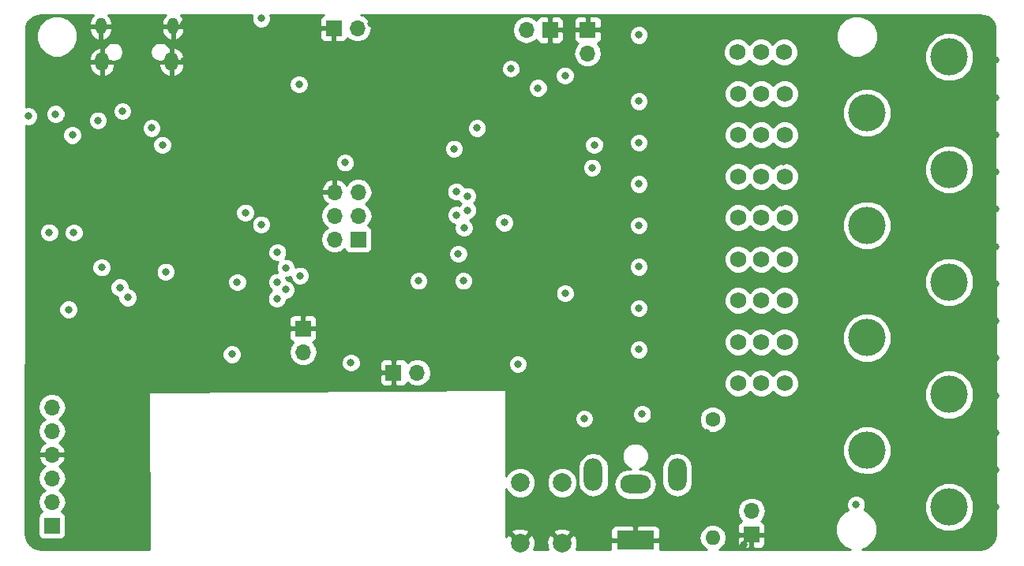
<source format=gbr>
G04 #@! TF.GenerationSoftware,KiCad,Pcbnew,(5.0.0)*
G04 #@! TF.CreationDate,2019-12-28T12:47:58+11:00*
G04 #@! TF.ProjectId,DAQ Board,44415120426F6172642E6B696361645F,rev?*
G04 #@! TF.SameCoordinates,Original*
G04 #@! TF.FileFunction,Copper,L2,Inr,Plane*
G04 #@! TF.FilePolarity,Positive*
%FSLAX46Y46*%
G04 Gerber Fmt 4.6, Leading zero omitted, Abs format (unit mm)*
G04 Created by KiCad (PCBNEW (5.0.0)) date 12/28/19 12:47:58*
%MOMM*%
%LPD*%
G01*
G04 APERTURE LIST*
G04 #@! TA.AperFunction,ViaPad*
%ADD10C,1.750000*%
G04 #@! TD*
G04 #@! TA.AperFunction,ViaPad*
%ADD11C,4.000000*%
G04 #@! TD*
G04 #@! TA.AperFunction,ViaPad*
%ADD12O,1.700000X1.700000*%
G04 #@! TD*
G04 #@! TA.AperFunction,ViaPad*
%ADD13R,1.700000X1.700000*%
G04 #@! TD*
G04 #@! TA.AperFunction,ViaPad*
%ADD14C,2.000000*%
G04 #@! TD*
G04 #@! TA.AperFunction,ViaPad*
%ADD15C,1.600000*%
G04 #@! TD*
G04 #@! TA.AperFunction,ViaPad*
%ADD16O,1.600000X1.600000*%
G04 #@! TD*
G04 #@! TA.AperFunction,ViaPad*
%ADD17O,1.450000X2.000000*%
G04 #@! TD*
G04 #@! TA.AperFunction,ViaPad*
%ADD18O,1.150000X1.800000*%
G04 #@! TD*
G04 #@! TA.AperFunction,ViaPad*
%ADD19R,4.000000X2.000000*%
G04 #@! TD*
G04 #@! TA.AperFunction,ViaPad*
%ADD20O,3.300000X2.000000*%
G04 #@! TD*
G04 #@! TA.AperFunction,ViaPad*
%ADD21O,2.000000X3.500000*%
G04 #@! TD*
G04 #@! TA.AperFunction,ViaPad*
%ADD22C,0.800000*%
G04 #@! TD*
G04 #@! TA.AperFunction,Conductor*
%ADD23C,0.254000*%
G04 #@! TD*
G04 APERTURE END LIST*
D10*
G04 #@! TO.N,Net-(R10-Pad2)*
G04 #@! TO.C,SW10*
X205920428Y-76161482D03*
G04 #@! TO.N,Net-(J18-Pad1)*
X208420428Y-76161482D03*
G04 #@! TO.N,/ADC1299/AVDD*
X203420428Y-76161482D03*
G04 #@! TD*
D11*
G04 #@! TO.N,Net-(J19-Pad1)*
G04 #@! TO.C,J19*
X226060000Y-72220000D03*
G04 #@! TD*
G04 #@! TO.N,Net-(J18-Pad1)*
G04 #@! TO.C,J18*
X217230000Y-78215000D03*
G04 #@! TD*
G04 #@! TO.N,Net-(J17-Pad1)*
G04 #@! TO.C,J17*
X226060000Y-84305000D03*
G04 #@! TD*
G04 #@! TO.N,Net-(J13-Pad1)*
G04 #@! TO.C,J13*
X217230000Y-90300000D03*
G04 #@! TD*
G04 #@! TO.N,Net-(J11-Pad1)*
G04 #@! TO.C,J11*
X226060000Y-96390000D03*
G04 #@! TD*
G04 #@! TO.N,Net-(J9-Pad1)*
G04 #@! TO.C,J9*
X217230000Y-102385000D03*
G04 #@! TD*
G04 #@! TO.N,Net-(J1-Pad1)*
G04 #@! TO.C,J1*
X226060000Y-120560000D03*
G04 #@! TD*
G04 #@! TO.N,Net-(J3-Pad1)*
G04 #@! TO.C,J3*
X217230000Y-114470000D03*
G04 #@! TD*
G04 #@! TO.N,Net-(J8-Pad1)*
G04 #@! TO.C,J8*
X226060000Y-108475000D03*
G04 #@! TD*
D12*
G04 #@! TO.N,Net-(J5-Pad6)*
G04 #@! TO.C,J5*
X129830428Y-109841482D03*
G04 #@! TO.N,/+5V*
X129830428Y-112381482D03*
G04 #@! TO.N,/GND*
X129830428Y-114921482D03*
G04 #@! TO.N,/HC05_RX*
X129830428Y-117461482D03*
G04 #@! TO.N,/HC05_TX*
X129830428Y-120001482D03*
D13*
G04 #@! TO.N,Net-(J5-Pad1)*
X129830428Y-122541482D03*
G04 #@! TD*
G04 #@! TO.N,/GND*
G04 #@! TO.C,J12*
X156770428Y-101381482D03*
D12*
G04 #@! TO.N,/START*
X156770428Y-103921482D03*
G04 #@! TD*
G04 #@! TO.N,/VIN_RAW*
G04 #@! TO.C,J7*
X204860428Y-120981482D03*
D13*
G04 #@! TO.N,/GND*
X204860428Y-123521482D03*
G04 #@! TD*
G04 #@! TO.N,/GND*
G04 #@! TO.C,J16*
X160060428Y-69151482D03*
D12*
G04 #@! TO.N,/ADC1299/DVDD*
X162600428Y-69151482D03*
G04 #@! TD*
G04 #@! TO.N,/ADC1299/AVDD*
G04 #@! TO.C,J15*
X180710428Y-69321482D03*
D13*
G04 #@! TO.N,/GND*
X183250428Y-69321482D03*
G04 #@! TD*
G04 #@! TO.N,/GND*
G04 #@! TO.C,J14*
X187270428Y-69291482D03*
D12*
G04 #@! TO.N,/ADC1299/MID_SUPPLY*
X187270428Y-71831482D03*
G04 #@! TD*
D13*
G04 #@! TO.N,/GND*
G04 #@! TO.C,J10*
X166460000Y-106130000D03*
D12*
G04 #@! TO.N,/~CS*
X169000000Y-106130000D03*
G04 #@! TD*
D10*
G04 #@! TO.N,Net-(R7-Pad2)*
G04 #@! TO.C,SW7*
X205920428Y-89496482D03*
G04 #@! TO.N,Net-(J11-Pad1)*
X208420428Y-89496482D03*
G04 #@! TO.N,/ADC1299/AVDD*
X203420428Y-89496482D03*
G04 #@! TD*
G04 #@! TO.N,Net-(R3-Pad2)*
G04 #@! TO.C,SW3*
X205920428Y-107276482D03*
G04 #@! TO.N,Net-(J1-Pad1)*
X208420428Y-107276482D03*
G04 #@! TO.N,/ADC1299/AVDD*
X203420428Y-107276482D03*
G04 #@! TD*
G04 #@! TO.N,Net-(R4-Pad2)*
G04 #@! TO.C,SW4*
X205920428Y-102831482D03*
G04 #@! TO.N,Net-(J3-Pad1)*
X208420428Y-102831482D03*
G04 #@! TO.N,/ADC1299/AVDD*
X203420428Y-102831482D03*
G04 #@! TD*
G04 #@! TO.N,Net-(R5-Pad2)*
G04 #@! TO.C,SW5*
X205920428Y-98386482D03*
G04 #@! TO.N,Net-(J8-Pad1)*
X208420428Y-98386482D03*
G04 #@! TO.N,/ADC1299/AVDD*
X203420428Y-98386482D03*
G04 #@! TD*
G04 #@! TO.N,Net-(R6-Pad2)*
G04 #@! TO.C,SW6*
X205920428Y-93941482D03*
G04 #@! TO.N,Net-(J9-Pad1)*
X208420428Y-93941482D03*
G04 #@! TO.N,/ADC1299/AVDD*
X203420428Y-93941482D03*
G04 #@! TD*
G04 #@! TO.N,Net-(R8-Pad2)*
G04 #@! TO.C,SW8*
X205920428Y-85051482D03*
G04 #@! TO.N,Net-(J13-Pad1)*
X208420428Y-85051482D03*
G04 #@! TO.N,/ADC1299/AVDD*
X203420428Y-85051482D03*
G04 #@! TD*
G04 #@! TO.N,Net-(R9-Pad2)*
G04 #@! TO.C,SW9*
X205920428Y-80606482D03*
G04 #@! TO.N,Net-(J17-Pad1)*
X208420428Y-80606482D03*
G04 #@! TO.N,/ADC1299/AVDD*
X203420428Y-80606482D03*
G04 #@! TD*
G04 #@! TO.N,Net-(R11-Pad2)*
G04 #@! TO.C,SW11*
X205864548Y-71716482D03*
G04 #@! TO.N,Net-(J19-Pad1)*
X208364548Y-71716482D03*
G04 #@! TO.N,/ADC1299/AVDD*
X203364548Y-71716482D03*
G04 #@! TD*
D14*
G04 #@! TO.N,/~RESET*
G04 #@! TO.C,PB1*
X184540000Y-117950000D03*
X180040000Y-117950000D03*
G04 #@! TO.N,/GND*
X180040000Y-124450000D03*
X184540000Y-124450000D03*
G04 #@! TD*
D15*
G04 #@! TO.N,Net-(F1-Pad1)*
G04 #@! TO.C,F1*
X200700428Y-111151482D03*
D16*
G04 #@! TO.N,/VIN_RAW*
X200700428Y-123851482D03*
G04 #@! TD*
D17*
G04 #@! TO.N,/GND*
G04 #@! TO.C,J2*
X142666843Y-72730245D03*
X135216843Y-72730245D03*
D18*
X142816843Y-68930245D03*
X135066843Y-68930245D03*
G04 #@! TD*
D19*
G04 #@! TO.N,/GND*
G04 #@! TO.C,J4*
X192390428Y-124111482D03*
D20*
G04 #@! TO.N,/VIN_RAW*
X192390428Y-118111482D03*
D21*
G04 #@! TO.N,N/C*
X196890428Y-117111482D03*
X187890428Y-117111482D03*
G04 #@! TD*
D13*
G04 #@! TO.N,/ADC1299/MISO*
G04 #@! TO.C,J6*
X162680428Y-91811482D03*
D12*
G04 #@! TO.N,/+5V*
X160140428Y-91811482D03*
G04 #@! TO.N,/ADC1299/SCLK*
X162680428Y-89271482D03*
G04 #@! TO.N,/ADC1299/MOSI*
X160140428Y-89271482D03*
G04 #@! TO.N,/~RESET*
X162680428Y-86731482D03*
G04 #@! TO.N,/GND*
X160140428Y-86731482D03*
G04 #@! TD*
D22*
G04 #@! TO.N,*
X216060000Y-120320000D03*
G04 #@! TO.N,/GND*
X162400000Y-107560000D03*
G04 #@! TO.N,/ADC1299/MID_SUPPLY*
X181950428Y-75551482D03*
X187760428Y-84121482D03*
G04 #@! TO.N,Net-(ADC1-Pad17)*
X192770428Y-94758482D03*
X192770428Y-90313482D03*
X192770428Y-85868482D03*
X192770428Y-81423482D03*
X192770428Y-76978482D03*
X192770428Y-69866482D03*
X192770428Y-99203482D03*
X192770428Y-103648482D03*
G04 #@! TO.N,/ADC1299/AVDD*
X175420428Y-79861482D03*
X179050428Y-73481482D03*
X184850428Y-74221482D03*
X184870428Y-97601482D03*
X179800428Y-105211482D03*
X187980428Y-81671482D03*
X173960428Y-96271482D03*
G04 #@! TO.N,/GND*
X149610000Y-94620000D03*
X145610000Y-94620000D03*
X181740000Y-86430000D03*
X179410000Y-86260000D03*
X181850428Y-93611482D03*
X183810428Y-85451482D03*
X148170428Y-97951482D03*
X127480000Y-68630000D03*
X132930000Y-68690000D03*
X140020000Y-68620000D03*
X144020000Y-68620000D03*
X148020000Y-68620000D03*
X156020000Y-68620000D03*
X164020000Y-68620000D03*
X172020000Y-68620000D03*
X176020000Y-68620000D03*
X192020000Y-68620000D03*
X196020000Y-68620000D03*
X200020000Y-68620000D03*
X204020000Y-68620000D03*
X208020000Y-68620000D03*
X212020000Y-68620000D03*
X223990000Y-68610000D03*
X220020000Y-68620000D03*
X127990000Y-73680000D03*
X132120000Y-73770000D03*
X144020000Y-72620000D03*
X148020000Y-72620000D03*
X156020000Y-72620000D03*
X168020000Y-72620000D03*
X180020000Y-72620000D03*
X192020000Y-72620000D03*
X200020000Y-72620000D03*
X212020000Y-72620000D03*
X221180000Y-73990000D03*
X137590000Y-76500000D03*
X144020000Y-76620000D03*
X148020000Y-76620000D03*
X156020000Y-76620000D03*
X160020000Y-76620000D03*
X164020000Y-76620000D03*
X184020000Y-76620000D03*
X187490000Y-76620000D03*
X200020000Y-76620000D03*
X208380000Y-74360000D03*
X220020000Y-76620000D03*
X148020000Y-80620000D03*
X156020000Y-80620000D03*
X187500000Y-78440000D03*
X200020000Y-80620000D03*
X220020000Y-80620000D03*
X128020000Y-84620000D03*
X148020000Y-84620000D03*
X150620000Y-84640000D03*
X176350000Y-83310000D03*
X200020000Y-84620000D03*
X220020000Y-84620000D03*
X128020000Y-88620000D03*
X132020000Y-88620000D03*
X136020000Y-88620000D03*
X144020000Y-88620000D03*
X152020000Y-88620000D03*
X180020000Y-88620000D03*
X184020000Y-88620000D03*
X192020000Y-88620000D03*
X200020000Y-88620000D03*
X220020000Y-88620000D03*
X128020000Y-92620000D03*
X140720000Y-90660000D03*
X148020000Y-92620000D03*
X168020000Y-92620000D03*
X180020000Y-92620000D03*
X184020000Y-92620000D03*
X220020000Y-92620000D03*
X128020000Y-96620000D03*
X147870000Y-95960000D03*
X188020000Y-96620000D03*
X192020000Y-96620000D03*
X208020000Y-96620000D03*
X212020000Y-96620000D03*
X216020000Y-96620000D03*
X220020000Y-96620000D03*
X128020000Y-100620000D03*
X136020000Y-100620000D03*
X144020000Y-100620000D03*
X152020000Y-100620000D03*
X160020000Y-100620000D03*
X164020000Y-100620000D03*
X168020000Y-100620000D03*
X172020000Y-100620000D03*
X176020000Y-100620000D03*
X180020000Y-100620000D03*
X184020000Y-100620000D03*
X188020000Y-100620000D03*
X192020000Y-100620000D03*
X208020000Y-100620000D03*
X212020000Y-100620000D03*
X216040000Y-99790000D03*
X220020000Y-100620000D03*
X136020000Y-104620000D03*
X160020000Y-104620000D03*
X164020000Y-104620000D03*
X168020000Y-104620000D03*
X172350000Y-107610000D03*
X176020000Y-104620000D03*
X184020000Y-104620000D03*
X188020000Y-104620000D03*
X200020000Y-104620000D03*
X204020000Y-104620000D03*
X208020000Y-104620000D03*
X212020000Y-104620000D03*
X216650000Y-105450000D03*
X220020000Y-104620000D03*
X132020000Y-108620000D03*
X139990000Y-107530000D03*
X143990000Y-107530000D03*
X147990000Y-107530000D03*
X151990000Y-107530000D03*
X155990000Y-107530000D03*
X159100000Y-107580000D03*
X184020000Y-108620000D03*
X200020000Y-108620000D03*
X212020000Y-108620000D03*
X216020000Y-108620000D03*
X220020000Y-108620000D03*
X128020000Y-112620000D03*
X132020000Y-112620000D03*
X136020000Y-112620000D03*
X139460000Y-112640000D03*
X184020000Y-112620000D03*
X188020000Y-112620000D03*
X192020000Y-112620000D03*
X196020000Y-112620000D03*
X200020000Y-112620000D03*
X212020000Y-112620000D03*
X216110000Y-111920000D03*
X220020000Y-112620000D03*
X128020000Y-116620000D03*
X132020000Y-116620000D03*
X136020000Y-116620000D03*
X139460000Y-116640000D03*
X211840000Y-120530000D03*
X207780000Y-116690000D03*
X207560000Y-112560000D03*
X204090000Y-112530000D03*
X178420000Y-74860000D03*
X174420000Y-74860000D03*
X169840000Y-98620000D03*
X173840000Y-98620000D03*
X200020000Y-116620000D03*
X204020000Y-116620000D03*
X212020000Y-116620000D03*
X216850000Y-117300000D03*
X220020000Y-116620000D03*
X128020000Y-120620000D03*
X132020000Y-120620000D03*
X139460000Y-120640000D03*
X136030000Y-120630000D03*
X180020000Y-120620000D03*
X184020000Y-120620000D03*
X188020000Y-120620000D03*
X192020000Y-120620000D03*
X200020000Y-120620000D03*
X208020000Y-120620000D03*
X220020000Y-120620000D03*
X128020000Y-124620000D03*
X132020000Y-124620000D03*
X136020000Y-124620000D03*
X139460000Y-124640000D03*
X188020000Y-124620000D03*
X192020000Y-124620000D03*
X196020000Y-124620000D03*
X204020000Y-124620000D03*
X208020000Y-124620000D03*
X212020000Y-124620000D03*
X220020000Y-124620000D03*
X212030000Y-76610000D03*
X216040000Y-75320000D03*
X208420000Y-78710000D03*
X212030000Y-80610000D03*
X216090000Y-81430000D03*
X208260000Y-83430000D03*
X212030000Y-84610000D03*
X216030000Y-84610000D03*
X208080000Y-87840000D03*
X212030000Y-88610000D03*
X215870000Y-87510000D03*
X208060000Y-92200000D03*
X212030000Y-92610000D03*
X215830000Y-93350000D03*
X227990000Y-68610000D03*
X230200000Y-68570000D03*
X229350000Y-72500000D03*
X231060000Y-72580000D03*
X223990000Y-76610000D03*
X227990000Y-76610000D03*
X231060000Y-76580000D03*
X223990000Y-80610000D03*
X227990000Y-80610000D03*
X231060000Y-80580000D03*
X222970000Y-84590000D03*
X229470000Y-84550000D03*
X231060000Y-84580000D03*
X223990000Y-88610000D03*
X227990000Y-88610000D03*
X231060000Y-88580000D03*
X223990000Y-92610000D03*
X227990000Y-92610000D03*
X231060000Y-92580000D03*
X222940000Y-96710000D03*
X229510000Y-96710000D03*
X231060000Y-96580000D03*
X223990000Y-100610000D03*
X227990000Y-100610000D03*
X231060000Y-100580000D03*
X223990000Y-104610000D03*
X227990000Y-104610000D03*
X231060000Y-104580000D03*
X223070000Y-108730000D03*
X229510000Y-108730000D03*
X231060000Y-108580000D03*
X223990000Y-112610000D03*
X227990000Y-112610000D03*
X231060000Y-112580000D03*
X223990000Y-116610000D03*
X227990000Y-116610000D03*
X231060000Y-116580000D03*
X223030000Y-120600000D03*
X229510000Y-120600000D03*
X231060000Y-120580000D03*
X223990000Y-124610000D03*
X227990000Y-124610000D03*
X230270000Y-124540000D03*
G04 #@! TO.N,/ADC1299/MOSI*
X154000428Y-93211482D03*
G04 #@! TO.N,/ADC1299/SCLK*
X173220428Y-89191482D03*
G04 #@! TO.N,/ADC1299/MISO*
X174020428Y-90571482D03*
G04 #@! TO.N,/ADC1299/DVDD*
X169150428Y-96271482D03*
X172940428Y-82091482D03*
G04 #@! TO.N,/+5V*
X131600428Y-99341482D03*
X135160000Y-94830000D03*
X149130428Y-104161482D03*
X130220000Y-78360000D03*
X127310000Y-78590000D03*
X134770428Y-79041482D03*
X141670428Y-81671482D03*
X150570428Y-88951482D03*
X152270428Y-90221482D03*
X161900000Y-105060000D03*
G04 #@! TO.N,/VIN*
X152280428Y-68081482D03*
X186910428Y-111061482D03*
X193120428Y-110571482D03*
X156330428Y-75171482D03*
G04 #@! TO.N,Net-(D9-Pad1)*
X132020000Y-80620000D03*
G04 #@! TO.N,Net-(J2-Pad2)*
X140520428Y-79861482D03*
X137390428Y-78041482D03*
G04 #@! TO.N,/Arduino Nano/TX*
X132180428Y-91091482D03*
X137950428Y-98051482D03*
G04 #@! TO.N,/Arduino Nano/RX*
X129550428Y-91061482D03*
X137110428Y-96981482D03*
G04 #@! TO.N,/~DRDY*
X173400428Y-93371482D03*
X154890428Y-97221482D03*
G04 #@! TO.N,/~PWDN*
X173190428Y-86681482D03*
X153970428Y-98171482D03*
G04 #@! TO.N,/START*
X149710428Y-96411482D03*
X156430428Y-95721482D03*
X154000428Y-96401482D03*
G04 #@! TO.N,/~CS*
X174410428Y-88671482D03*
X154900428Y-94871482D03*
X178340428Y-90010982D03*
G04 #@! TO.N,/~RESET*
X161270428Y-83561482D03*
X174370428Y-87171482D03*
X142031316Y-95302370D03*
G04 #@! TD*
D23*
G04 #@! TO.N,/GND*
G36*
X229773714Y-67759651D02*
X230166015Y-67920187D01*
X230503398Y-68176787D01*
X230762874Y-68511967D01*
X230926758Y-68902883D01*
X230990033Y-69368132D01*
X231009979Y-123443986D01*
X230950180Y-123913715D01*
X230789645Y-124306013D01*
X230533044Y-124643399D01*
X230197864Y-124902874D01*
X229806948Y-125066758D01*
X229342189Y-125129966D01*
X216700292Y-125123695D01*
X217346026Y-124856223D01*
X217974741Y-124227508D01*
X218315000Y-123406051D01*
X218315000Y-122516913D01*
X217974741Y-121695456D01*
X217346026Y-121066741D01*
X216940537Y-120898782D01*
X217095000Y-120525874D01*
X217095000Y-120114126D01*
X217062584Y-120035866D01*
X223425000Y-120035866D01*
X223425000Y-121084134D01*
X223826155Y-122052608D01*
X224567392Y-122793845D01*
X225535866Y-123195000D01*
X226584134Y-123195000D01*
X227552608Y-122793845D01*
X228293845Y-122052608D01*
X228695000Y-121084134D01*
X228695000Y-120035866D01*
X228293845Y-119067392D01*
X227552608Y-118326155D01*
X226584134Y-117925000D01*
X225535866Y-117925000D01*
X224567392Y-118326155D01*
X223826155Y-119067392D01*
X223425000Y-120035866D01*
X217062584Y-120035866D01*
X216937431Y-119733720D01*
X216646280Y-119442569D01*
X216265874Y-119285000D01*
X215854126Y-119285000D01*
X215473720Y-119442569D01*
X215182569Y-119733720D01*
X215025000Y-120114126D01*
X215025000Y-120525874D01*
X215182569Y-120906280D01*
X215188073Y-120911784D01*
X214813974Y-121066741D01*
X214185259Y-121695456D01*
X213845000Y-122516913D01*
X213845000Y-123406051D01*
X214185259Y-124227508D01*
X214813974Y-124856223D01*
X215458221Y-125123079D01*
X201390724Y-125116100D01*
X201735005Y-124886059D01*
X202052168Y-124411391D01*
X202163541Y-123851482D01*
X202154740Y-123807232D01*
X203375428Y-123807232D01*
X203375428Y-124497792D01*
X203472101Y-124731181D01*
X203650730Y-124909809D01*
X203884119Y-125006482D01*
X204574678Y-125006482D01*
X204733428Y-124847732D01*
X204733428Y-123648482D01*
X204987428Y-123648482D01*
X204987428Y-124847732D01*
X205146178Y-125006482D01*
X205836737Y-125006482D01*
X206070126Y-124909809D01*
X206248755Y-124731181D01*
X206345428Y-124497792D01*
X206345428Y-123807232D01*
X206186678Y-123648482D01*
X204987428Y-123648482D01*
X204733428Y-123648482D01*
X203534178Y-123648482D01*
X203375428Y-123807232D01*
X202154740Y-123807232D01*
X202052168Y-123291573D01*
X201735005Y-122816905D01*
X201260337Y-122499742D01*
X200841761Y-122416482D01*
X200559095Y-122416482D01*
X200140519Y-122499742D01*
X199665851Y-122816905D01*
X199348688Y-123291573D01*
X199237315Y-123851482D01*
X199348688Y-124411391D01*
X199665851Y-124886059D01*
X200009107Y-125115415D01*
X195025428Y-125112943D01*
X195025428Y-124397232D01*
X194866678Y-124238482D01*
X192517428Y-124238482D01*
X192517428Y-124258482D01*
X192263428Y-124258482D01*
X192263428Y-124238482D01*
X189914178Y-124238482D01*
X189755428Y-124397232D01*
X189755428Y-125110328D01*
X186039552Y-125108485D01*
X186185908Y-124714539D01*
X186161856Y-124064540D01*
X185959387Y-123575736D01*
X185692532Y-123477073D01*
X184719605Y-124450000D01*
X184733748Y-124464143D01*
X184554143Y-124643748D01*
X184540000Y-124629605D01*
X184525858Y-124643748D01*
X184346253Y-124464143D01*
X184360395Y-124450000D01*
X183387468Y-123477073D01*
X183120613Y-123575736D01*
X182894092Y-124185461D01*
X182918144Y-124835460D01*
X183030616Y-125106992D01*
X181540381Y-125106253D01*
X181685908Y-124714539D01*
X181661856Y-124064540D01*
X181459387Y-123575736D01*
X181192532Y-123477073D01*
X180219605Y-124450000D01*
X180233748Y-124464143D01*
X180054143Y-124643748D01*
X180040000Y-124629605D01*
X180025858Y-124643748D01*
X179846253Y-124464143D01*
X179860395Y-124450000D01*
X178887468Y-123477073D01*
X178620613Y-123575736D01*
X178546732Y-123774601D01*
X178547347Y-123297468D01*
X179067073Y-123297468D01*
X180040000Y-124270395D01*
X181012927Y-123297468D01*
X183567073Y-123297468D01*
X184540000Y-124270395D01*
X185512927Y-123297468D01*
X185414264Y-123030613D01*
X185291951Y-122985172D01*
X189755428Y-122985172D01*
X189755428Y-123825732D01*
X189914178Y-123984482D01*
X192263428Y-123984482D01*
X192263428Y-122635232D01*
X192517428Y-122635232D01*
X192517428Y-123984482D01*
X194866678Y-123984482D01*
X195025428Y-123825732D01*
X195025428Y-122985172D01*
X194928755Y-122751783D01*
X194750126Y-122573155D01*
X194516737Y-122476482D01*
X192676178Y-122476482D01*
X192517428Y-122635232D01*
X192263428Y-122635232D01*
X192104678Y-122476482D01*
X190264119Y-122476482D01*
X190030730Y-122573155D01*
X189852101Y-122751783D01*
X189755428Y-122985172D01*
X185291951Y-122985172D01*
X184804539Y-122804092D01*
X184154540Y-122828144D01*
X183665736Y-123030613D01*
X183567073Y-123297468D01*
X181012927Y-123297468D01*
X180914264Y-123030613D01*
X180304539Y-122804092D01*
X179654540Y-122828144D01*
X179165736Y-123030613D01*
X179067073Y-123297468D01*
X178547347Y-123297468D01*
X178550334Y-120981482D01*
X203346336Y-120981482D01*
X203461589Y-121560900D01*
X203789803Y-122052107D01*
X203811461Y-122066578D01*
X203650730Y-122133155D01*
X203472101Y-122311783D01*
X203375428Y-122545172D01*
X203375428Y-123235732D01*
X203534178Y-123394482D01*
X204733428Y-123394482D01*
X204733428Y-123374482D01*
X204987428Y-123374482D01*
X204987428Y-123394482D01*
X206186678Y-123394482D01*
X206345428Y-123235732D01*
X206345428Y-122545172D01*
X206248755Y-122311783D01*
X206070126Y-122133155D01*
X205909395Y-122066578D01*
X205931053Y-122052107D01*
X206259267Y-121560900D01*
X206374520Y-120981482D01*
X206259267Y-120402064D01*
X205931053Y-119910857D01*
X205439846Y-119582643D01*
X205006684Y-119496482D01*
X204714172Y-119496482D01*
X204281010Y-119582643D01*
X203789803Y-119910857D01*
X203461589Y-120402064D01*
X203346336Y-120981482D01*
X178550334Y-120981482D01*
X178553363Y-118633402D01*
X178653914Y-118876153D01*
X179113847Y-119336086D01*
X179714778Y-119585000D01*
X180365222Y-119585000D01*
X180966153Y-119336086D01*
X181426086Y-118876153D01*
X181675000Y-118275222D01*
X181675000Y-117624778D01*
X182905000Y-117624778D01*
X182905000Y-118275222D01*
X183153914Y-118876153D01*
X183613847Y-119336086D01*
X184214778Y-119585000D01*
X184865222Y-119585000D01*
X185466153Y-119336086D01*
X185926086Y-118876153D01*
X186175000Y-118275222D01*
X186175000Y-117624778D01*
X185926086Y-117023847D01*
X185466153Y-116563914D01*
X184865222Y-116315000D01*
X184214778Y-116315000D01*
X183613847Y-116563914D01*
X183153914Y-117023847D01*
X182905000Y-117624778D01*
X181675000Y-117624778D01*
X181426086Y-117023847D01*
X180966153Y-116563914D01*
X180365222Y-116315000D01*
X179714778Y-116315000D01*
X179113847Y-116563914D01*
X178653914Y-117023847D01*
X178555131Y-117262329D01*
X178556500Y-116200451D01*
X186255428Y-116200451D01*
X186255428Y-118022512D01*
X186350292Y-118499426D01*
X186711659Y-119040251D01*
X187252483Y-119401618D01*
X187890428Y-119528513D01*
X188528372Y-119401618D01*
X189069197Y-119040251D01*
X189430564Y-118499427D01*
X189507730Y-118111482D01*
X190073397Y-118111482D01*
X190200292Y-118749427D01*
X190561659Y-119290251D01*
X191102483Y-119651618D01*
X191579397Y-119746482D01*
X193201459Y-119746482D01*
X193678373Y-119651618D01*
X194219197Y-119290251D01*
X194580564Y-118749427D01*
X194707459Y-118111482D01*
X194580564Y-117473537D01*
X194219197Y-116932713D01*
X193678373Y-116571346D01*
X193201459Y-116476482D01*
X192844862Y-116476482D01*
X193203290Y-116328016D01*
X193330855Y-116200451D01*
X195255428Y-116200451D01*
X195255428Y-118022512D01*
X195350292Y-118499426D01*
X195711659Y-119040251D01*
X196252483Y-119401618D01*
X196890428Y-119528513D01*
X197528372Y-119401618D01*
X198069197Y-119040251D01*
X198430564Y-118499427D01*
X198525428Y-118022513D01*
X198525428Y-116200451D01*
X198430564Y-115723537D01*
X198069197Y-115182713D01*
X197528373Y-114821346D01*
X196890428Y-114694451D01*
X196252484Y-114821346D01*
X195711660Y-115182713D01*
X195350293Y-115723537D01*
X195255428Y-116200451D01*
X193330855Y-116200451D01*
X193606962Y-115924344D01*
X193825428Y-115396921D01*
X193825428Y-114826043D01*
X193606962Y-114298620D01*
X193254208Y-113945866D01*
X214595000Y-113945866D01*
X214595000Y-114994134D01*
X214996155Y-115962608D01*
X215737392Y-116703845D01*
X216705866Y-117105000D01*
X217754134Y-117105000D01*
X218722608Y-116703845D01*
X219463845Y-115962608D01*
X219865000Y-114994134D01*
X219865000Y-113945866D01*
X219463845Y-112977392D01*
X218722608Y-112236155D01*
X217754134Y-111835000D01*
X216705866Y-111835000D01*
X215737392Y-112236155D01*
X214996155Y-112977392D01*
X214595000Y-113945866D01*
X193254208Y-113945866D01*
X193203290Y-113894948D01*
X192675867Y-113676482D01*
X192104989Y-113676482D01*
X191577566Y-113894948D01*
X191173894Y-114298620D01*
X190955428Y-114826043D01*
X190955428Y-115396921D01*
X191173894Y-115924344D01*
X191577566Y-116328016D01*
X191935994Y-116476482D01*
X191579397Y-116476482D01*
X191102483Y-116571346D01*
X190561659Y-116932713D01*
X190200292Y-117473537D01*
X190073397Y-118111482D01*
X189507730Y-118111482D01*
X189525428Y-118022513D01*
X189525428Y-116200451D01*
X189430564Y-115723537D01*
X189069197Y-115182713D01*
X188528373Y-114821346D01*
X187890428Y-114694451D01*
X187252484Y-114821346D01*
X186711660Y-115182713D01*
X186350293Y-115723537D01*
X186255428Y-116200451D01*
X178556500Y-116200451D01*
X178563394Y-110855608D01*
X185875428Y-110855608D01*
X185875428Y-111267356D01*
X186032997Y-111647762D01*
X186324148Y-111938913D01*
X186704554Y-112096482D01*
X187116302Y-112096482D01*
X187496708Y-111938913D01*
X187787859Y-111647762D01*
X187945428Y-111267356D01*
X187945428Y-110855608D01*
X187787859Y-110475202D01*
X187678265Y-110365608D01*
X192085428Y-110365608D01*
X192085428Y-110777356D01*
X192242997Y-111157762D01*
X192534148Y-111448913D01*
X192914554Y-111606482D01*
X193326302Y-111606482D01*
X193706708Y-111448913D01*
X193997859Y-111157762D01*
X194118692Y-110866043D01*
X199265428Y-110866043D01*
X199265428Y-111436921D01*
X199483894Y-111964344D01*
X199887566Y-112368016D01*
X200414989Y-112586482D01*
X200985867Y-112586482D01*
X201513290Y-112368016D01*
X201916962Y-111964344D01*
X202135428Y-111436921D01*
X202135428Y-110866043D01*
X201916962Y-110338620D01*
X201513290Y-109934948D01*
X200985867Y-109716482D01*
X200414989Y-109716482D01*
X199887566Y-109934948D01*
X199483894Y-110338620D01*
X199265428Y-110866043D01*
X194118692Y-110866043D01*
X194155428Y-110777356D01*
X194155428Y-110365608D01*
X193997859Y-109985202D01*
X193706708Y-109694051D01*
X193326302Y-109536482D01*
X192914554Y-109536482D01*
X192534148Y-109694051D01*
X192242997Y-109985202D01*
X192085428Y-110365608D01*
X187678265Y-110365608D01*
X187496708Y-110184051D01*
X187116302Y-110026482D01*
X186704554Y-110026482D01*
X186324148Y-110184051D01*
X186032997Y-110475202D01*
X185875428Y-110855608D01*
X178563394Y-110855608D01*
X178567000Y-108060164D01*
X178556972Y-108010538D01*
X178529140Y-107969540D01*
X178487737Y-107942313D01*
X178439067Y-107933003D01*
X140329067Y-108213003D01*
X140281097Y-108222793D01*
X140239966Y-108250429D01*
X140212542Y-108291702D01*
X140203000Y-108340327D01*
X140246158Y-125085768D01*
X128685220Y-125080033D01*
X128226713Y-125021662D01*
X127834415Y-124861127D01*
X127497029Y-124604526D01*
X127237554Y-124269346D01*
X127073670Y-123878430D01*
X127010455Y-123413620D01*
X127013755Y-117461482D01*
X128316336Y-117461482D01*
X128431589Y-118040900D01*
X128759803Y-118532107D01*
X129058189Y-118731482D01*
X128759803Y-118930857D01*
X128431589Y-119422064D01*
X128316336Y-120001482D01*
X128431589Y-120580900D01*
X128759803Y-121072107D01*
X128778047Y-121084298D01*
X128732663Y-121093325D01*
X128522619Y-121233673D01*
X128382271Y-121443717D01*
X128332988Y-121691482D01*
X128332988Y-123391482D01*
X128382271Y-123639247D01*
X128522619Y-123849291D01*
X128732663Y-123989639D01*
X128980428Y-124038922D01*
X130680428Y-124038922D01*
X130928193Y-123989639D01*
X131138237Y-123849291D01*
X131278585Y-123639247D01*
X131327868Y-123391482D01*
X131327868Y-121691482D01*
X131278585Y-121443717D01*
X131138237Y-121233673D01*
X130928193Y-121093325D01*
X130882809Y-121084298D01*
X130901053Y-121072107D01*
X131229267Y-120580900D01*
X131344520Y-120001482D01*
X131229267Y-119422064D01*
X130901053Y-118930857D01*
X130602667Y-118731482D01*
X130901053Y-118532107D01*
X131229267Y-118040900D01*
X131344520Y-117461482D01*
X131229267Y-116882064D01*
X130901053Y-116390857D01*
X130581950Y-116177639D01*
X130711786Y-116116665D01*
X131102073Y-115688406D01*
X131271904Y-115278372D01*
X131150583Y-115048482D01*
X129957428Y-115048482D01*
X129957428Y-115068482D01*
X129703428Y-115068482D01*
X129703428Y-115048482D01*
X128510273Y-115048482D01*
X128388952Y-115278372D01*
X128558783Y-115688406D01*
X128949070Y-116116665D01*
X129078906Y-116177639D01*
X128759803Y-116390857D01*
X128431589Y-116882064D01*
X128316336Y-117461482D01*
X127013755Y-117461482D01*
X127017980Y-109841482D01*
X128316336Y-109841482D01*
X128431589Y-110420900D01*
X128759803Y-110912107D01*
X129058189Y-111111482D01*
X128759803Y-111310857D01*
X128431589Y-111802064D01*
X128316336Y-112381482D01*
X128431589Y-112960900D01*
X128759803Y-113452107D01*
X129078906Y-113665325D01*
X128949070Y-113726299D01*
X128558783Y-114154558D01*
X128388952Y-114564592D01*
X128510273Y-114794482D01*
X129703428Y-114794482D01*
X129703428Y-114774482D01*
X129957428Y-114774482D01*
X129957428Y-114794482D01*
X131150583Y-114794482D01*
X131271904Y-114564592D01*
X131102073Y-114154558D01*
X130711786Y-113726299D01*
X130581950Y-113665325D01*
X130901053Y-113452107D01*
X131229267Y-112960900D01*
X131344520Y-112381482D01*
X131229267Y-111802064D01*
X130901053Y-111310857D01*
X130602667Y-111111482D01*
X130901053Y-110912107D01*
X131229267Y-110420900D01*
X131344520Y-109841482D01*
X131229267Y-109262064D01*
X130901053Y-108770857D01*
X130409846Y-108442643D01*
X129976684Y-108356482D01*
X129684172Y-108356482D01*
X129251010Y-108442643D01*
X128759803Y-108770857D01*
X128431589Y-109262064D01*
X128316336Y-109841482D01*
X127017980Y-109841482D01*
X127019879Y-106415750D01*
X164975000Y-106415750D01*
X164975000Y-107106309D01*
X165071673Y-107339698D01*
X165250301Y-107518327D01*
X165483690Y-107615000D01*
X166174250Y-107615000D01*
X166333000Y-107456250D01*
X166333000Y-106257000D01*
X165133750Y-106257000D01*
X164975000Y-106415750D01*
X127019879Y-106415750D01*
X127021243Y-103955608D01*
X148095428Y-103955608D01*
X148095428Y-104367356D01*
X148252997Y-104747762D01*
X148544148Y-105038913D01*
X148924554Y-105196482D01*
X149336302Y-105196482D01*
X149716708Y-105038913D01*
X150007859Y-104747762D01*
X150165428Y-104367356D01*
X150165428Y-103955608D01*
X150151293Y-103921482D01*
X155256336Y-103921482D01*
X155371589Y-104500900D01*
X155699803Y-104992107D01*
X156191010Y-105320321D01*
X156624172Y-105406482D01*
X156916684Y-105406482D01*
X157349846Y-105320321D01*
X157841053Y-104992107D01*
X157933248Y-104854126D01*
X160865000Y-104854126D01*
X160865000Y-105265874D01*
X161022569Y-105646280D01*
X161313720Y-105937431D01*
X161694126Y-106095000D01*
X162105874Y-106095000D01*
X162486280Y-105937431D01*
X162777431Y-105646280D01*
X162935000Y-105265874D01*
X162935000Y-105153691D01*
X164975000Y-105153691D01*
X164975000Y-105844250D01*
X165133750Y-106003000D01*
X166333000Y-106003000D01*
X166333000Y-104803750D01*
X166587000Y-104803750D01*
X166587000Y-106003000D01*
X166607000Y-106003000D01*
X166607000Y-106257000D01*
X166587000Y-106257000D01*
X166587000Y-107456250D01*
X166745750Y-107615000D01*
X167436310Y-107615000D01*
X167669699Y-107518327D01*
X167848327Y-107339698D01*
X167914904Y-107178967D01*
X167929375Y-107200625D01*
X168420582Y-107528839D01*
X168853744Y-107615000D01*
X169146256Y-107615000D01*
X169579418Y-107528839D01*
X170070625Y-107200625D01*
X170220631Y-106976124D01*
X201910428Y-106976124D01*
X201910428Y-107576840D01*
X202140312Y-108131828D01*
X202565082Y-108556598D01*
X203120070Y-108786482D01*
X203720786Y-108786482D01*
X204275774Y-108556598D01*
X204670428Y-108161944D01*
X205065082Y-108556598D01*
X205620070Y-108786482D01*
X206220786Y-108786482D01*
X206775774Y-108556598D01*
X207170428Y-108161944D01*
X207565082Y-108556598D01*
X208120070Y-108786482D01*
X208720786Y-108786482D01*
X209275774Y-108556598D01*
X209700544Y-108131828D01*
X209775501Y-107950866D01*
X223425000Y-107950866D01*
X223425000Y-108999134D01*
X223826155Y-109967608D01*
X224567392Y-110708845D01*
X225535866Y-111110000D01*
X226584134Y-111110000D01*
X227552608Y-110708845D01*
X228293845Y-109967608D01*
X228695000Y-108999134D01*
X228695000Y-107950866D01*
X228293845Y-106982392D01*
X227552608Y-106241155D01*
X226584134Y-105840000D01*
X225535866Y-105840000D01*
X224567392Y-106241155D01*
X223826155Y-106982392D01*
X223425000Y-107950866D01*
X209775501Y-107950866D01*
X209930428Y-107576840D01*
X209930428Y-106976124D01*
X209700544Y-106421136D01*
X209275774Y-105996366D01*
X208720786Y-105766482D01*
X208120070Y-105766482D01*
X207565082Y-105996366D01*
X207170428Y-106391020D01*
X206775774Y-105996366D01*
X206220786Y-105766482D01*
X205620070Y-105766482D01*
X205065082Y-105996366D01*
X204670428Y-106391020D01*
X204275774Y-105996366D01*
X203720786Y-105766482D01*
X203120070Y-105766482D01*
X202565082Y-105996366D01*
X202140312Y-106421136D01*
X201910428Y-106976124D01*
X170220631Y-106976124D01*
X170398839Y-106709418D01*
X170514092Y-106130000D01*
X170398839Y-105550582D01*
X170070625Y-105059375D01*
X169990157Y-105005608D01*
X178765428Y-105005608D01*
X178765428Y-105417356D01*
X178922997Y-105797762D01*
X179214148Y-106088913D01*
X179594554Y-106246482D01*
X180006302Y-106246482D01*
X180386708Y-106088913D01*
X180677859Y-105797762D01*
X180835428Y-105417356D01*
X180835428Y-105005608D01*
X180677859Y-104625202D01*
X180386708Y-104334051D01*
X180006302Y-104176482D01*
X179594554Y-104176482D01*
X179214148Y-104334051D01*
X178922997Y-104625202D01*
X178765428Y-105005608D01*
X169990157Y-105005608D01*
X169579418Y-104731161D01*
X169146256Y-104645000D01*
X168853744Y-104645000D01*
X168420582Y-104731161D01*
X167929375Y-105059375D01*
X167914904Y-105081033D01*
X167848327Y-104920302D01*
X167669699Y-104741673D01*
X167436310Y-104645000D01*
X166745750Y-104645000D01*
X166587000Y-104803750D01*
X166333000Y-104803750D01*
X166174250Y-104645000D01*
X165483690Y-104645000D01*
X165250301Y-104741673D01*
X165071673Y-104920302D01*
X164975000Y-105153691D01*
X162935000Y-105153691D01*
X162935000Y-104854126D01*
X162777431Y-104473720D01*
X162486280Y-104182569D01*
X162105874Y-104025000D01*
X161694126Y-104025000D01*
X161313720Y-104182569D01*
X161022569Y-104473720D01*
X160865000Y-104854126D01*
X157933248Y-104854126D01*
X158169267Y-104500900D01*
X158284520Y-103921482D01*
X158189267Y-103442608D01*
X191735428Y-103442608D01*
X191735428Y-103854356D01*
X191892997Y-104234762D01*
X192184148Y-104525913D01*
X192564554Y-104683482D01*
X192976302Y-104683482D01*
X193356708Y-104525913D01*
X193647859Y-104234762D01*
X193805428Y-103854356D01*
X193805428Y-103442608D01*
X193647859Y-103062202D01*
X193356708Y-102771051D01*
X192976302Y-102613482D01*
X192564554Y-102613482D01*
X192184148Y-102771051D01*
X191892997Y-103062202D01*
X191735428Y-103442608D01*
X158189267Y-103442608D01*
X158169267Y-103342064D01*
X157841053Y-102850857D01*
X157819395Y-102836386D01*
X157980126Y-102769809D01*
X158158755Y-102591181D01*
X158183631Y-102531124D01*
X201910428Y-102531124D01*
X201910428Y-103131840D01*
X202140312Y-103686828D01*
X202565082Y-104111598D01*
X203120070Y-104341482D01*
X203720786Y-104341482D01*
X204275774Y-104111598D01*
X204670428Y-103716944D01*
X205065082Y-104111598D01*
X205620070Y-104341482D01*
X206220786Y-104341482D01*
X206775774Y-104111598D01*
X207170428Y-103716944D01*
X207565082Y-104111598D01*
X208120070Y-104341482D01*
X208720786Y-104341482D01*
X209275774Y-104111598D01*
X209700544Y-103686828D01*
X209930428Y-103131840D01*
X209930428Y-102531124D01*
X209700544Y-101976136D01*
X209585274Y-101860866D01*
X214595000Y-101860866D01*
X214595000Y-102909134D01*
X214996155Y-103877608D01*
X215737392Y-104618845D01*
X216705866Y-105020000D01*
X217754134Y-105020000D01*
X218722608Y-104618845D01*
X219463845Y-103877608D01*
X219865000Y-102909134D01*
X219865000Y-101860866D01*
X219463845Y-100892392D01*
X218722608Y-100151155D01*
X217754134Y-99750000D01*
X216705866Y-99750000D01*
X215737392Y-100151155D01*
X214996155Y-100892392D01*
X214595000Y-101860866D01*
X209585274Y-101860866D01*
X209275774Y-101551366D01*
X208720786Y-101321482D01*
X208120070Y-101321482D01*
X207565082Y-101551366D01*
X207170428Y-101946020D01*
X206775774Y-101551366D01*
X206220786Y-101321482D01*
X205620070Y-101321482D01*
X205065082Y-101551366D01*
X204670428Y-101946020D01*
X204275774Y-101551366D01*
X203720786Y-101321482D01*
X203120070Y-101321482D01*
X202565082Y-101551366D01*
X202140312Y-101976136D01*
X201910428Y-102531124D01*
X158183631Y-102531124D01*
X158255428Y-102357792D01*
X158255428Y-101667232D01*
X158096678Y-101508482D01*
X156897428Y-101508482D01*
X156897428Y-101528482D01*
X156643428Y-101528482D01*
X156643428Y-101508482D01*
X155444178Y-101508482D01*
X155285428Y-101667232D01*
X155285428Y-102357792D01*
X155382101Y-102591181D01*
X155560730Y-102769809D01*
X155721461Y-102836386D01*
X155699803Y-102850857D01*
X155371589Y-103342064D01*
X155256336Y-103921482D01*
X150151293Y-103921482D01*
X150007859Y-103575202D01*
X149716708Y-103284051D01*
X149336302Y-103126482D01*
X148924554Y-103126482D01*
X148544148Y-103284051D01*
X148252997Y-103575202D01*
X148095428Y-103955608D01*
X127021243Y-103955608D01*
X127023211Y-100405172D01*
X155285428Y-100405172D01*
X155285428Y-101095732D01*
X155444178Y-101254482D01*
X156643428Y-101254482D01*
X156643428Y-100055232D01*
X156897428Y-100055232D01*
X156897428Y-101254482D01*
X158096678Y-101254482D01*
X158255428Y-101095732D01*
X158255428Y-100405172D01*
X158158755Y-100171783D01*
X157980126Y-99993155D01*
X157746737Y-99896482D01*
X157056178Y-99896482D01*
X156897428Y-100055232D01*
X156643428Y-100055232D01*
X156484678Y-99896482D01*
X155794119Y-99896482D01*
X155560730Y-99993155D01*
X155382101Y-100171783D01*
X155285428Y-100405172D01*
X127023211Y-100405172D01*
X127023916Y-99135608D01*
X130565428Y-99135608D01*
X130565428Y-99547356D01*
X130722997Y-99927762D01*
X131014148Y-100218913D01*
X131394554Y-100376482D01*
X131806302Y-100376482D01*
X132186708Y-100218913D01*
X132477859Y-99927762D01*
X132635428Y-99547356D01*
X132635428Y-99135608D01*
X132477859Y-98755202D01*
X132186708Y-98464051D01*
X131806302Y-98306482D01*
X131394554Y-98306482D01*
X131014148Y-98464051D01*
X130722997Y-98755202D01*
X130565428Y-99135608D01*
X127023916Y-99135608D01*
X127025224Y-96775608D01*
X136075428Y-96775608D01*
X136075428Y-97187356D01*
X136232997Y-97567762D01*
X136524148Y-97858913D01*
X136904554Y-98016482D01*
X136915428Y-98016482D01*
X136915428Y-98257356D01*
X137072997Y-98637762D01*
X137364148Y-98928913D01*
X137744554Y-99086482D01*
X138156302Y-99086482D01*
X138536708Y-98928913D01*
X138827859Y-98637762D01*
X138985428Y-98257356D01*
X138985428Y-97965608D01*
X152935428Y-97965608D01*
X152935428Y-98377356D01*
X153092997Y-98757762D01*
X153384148Y-99048913D01*
X153764554Y-99206482D01*
X154176302Y-99206482D01*
X154556708Y-99048913D01*
X154608013Y-98997608D01*
X191735428Y-98997608D01*
X191735428Y-99409356D01*
X191892997Y-99789762D01*
X192184148Y-100080913D01*
X192564554Y-100238482D01*
X192976302Y-100238482D01*
X193356708Y-100080913D01*
X193647859Y-99789762D01*
X193805428Y-99409356D01*
X193805428Y-98997608D01*
X193647859Y-98617202D01*
X193356708Y-98326051D01*
X192976302Y-98168482D01*
X192564554Y-98168482D01*
X192184148Y-98326051D01*
X191892997Y-98617202D01*
X191735428Y-98997608D01*
X154608013Y-98997608D01*
X154847859Y-98757762D01*
X155005428Y-98377356D01*
X155005428Y-98256482D01*
X155096302Y-98256482D01*
X155476708Y-98098913D01*
X155767859Y-97807762D01*
X155925428Y-97427356D01*
X155925428Y-97395608D01*
X183835428Y-97395608D01*
X183835428Y-97807356D01*
X183992997Y-98187762D01*
X184284148Y-98478913D01*
X184664554Y-98636482D01*
X185076302Y-98636482D01*
X185456708Y-98478913D01*
X185747859Y-98187762D01*
X185789958Y-98086124D01*
X201910428Y-98086124D01*
X201910428Y-98686840D01*
X202140312Y-99241828D01*
X202565082Y-99666598D01*
X203120070Y-99896482D01*
X203720786Y-99896482D01*
X204275774Y-99666598D01*
X204670428Y-99271944D01*
X205065082Y-99666598D01*
X205620070Y-99896482D01*
X206220786Y-99896482D01*
X206775774Y-99666598D01*
X207170428Y-99271944D01*
X207565082Y-99666598D01*
X208120070Y-99896482D01*
X208720786Y-99896482D01*
X209275774Y-99666598D01*
X209700544Y-99241828D01*
X209930428Y-98686840D01*
X209930428Y-98086124D01*
X209700544Y-97531136D01*
X209275774Y-97106366D01*
X208720786Y-96876482D01*
X208120070Y-96876482D01*
X207565082Y-97106366D01*
X207170428Y-97501020D01*
X206775774Y-97106366D01*
X206220786Y-96876482D01*
X205620070Y-96876482D01*
X205065082Y-97106366D01*
X204670428Y-97501020D01*
X204275774Y-97106366D01*
X203720786Y-96876482D01*
X203120070Y-96876482D01*
X202565082Y-97106366D01*
X202140312Y-97531136D01*
X201910428Y-98086124D01*
X185789958Y-98086124D01*
X185905428Y-97807356D01*
X185905428Y-97395608D01*
X185747859Y-97015202D01*
X185456708Y-96724051D01*
X185076302Y-96566482D01*
X184664554Y-96566482D01*
X184284148Y-96724051D01*
X183992997Y-97015202D01*
X183835428Y-97395608D01*
X155925428Y-97395608D01*
X155925428Y-97015608D01*
X155767859Y-96635202D01*
X155476708Y-96344051D01*
X155096302Y-96186482D01*
X155031648Y-96186482D01*
X154915668Y-95906482D01*
X155106302Y-95906482D01*
X155395428Y-95786722D01*
X155395428Y-95927356D01*
X155552997Y-96307762D01*
X155844148Y-96598913D01*
X156224554Y-96756482D01*
X156636302Y-96756482D01*
X157016708Y-96598913D01*
X157307859Y-96307762D01*
X157408162Y-96065608D01*
X168115428Y-96065608D01*
X168115428Y-96477356D01*
X168272997Y-96857762D01*
X168564148Y-97148913D01*
X168944554Y-97306482D01*
X169356302Y-97306482D01*
X169736708Y-97148913D01*
X170027859Y-96857762D01*
X170185428Y-96477356D01*
X170185428Y-96065608D01*
X172925428Y-96065608D01*
X172925428Y-96477356D01*
X173082997Y-96857762D01*
X173374148Y-97148913D01*
X173754554Y-97306482D01*
X174166302Y-97306482D01*
X174546708Y-97148913D01*
X174837859Y-96857762D01*
X174995428Y-96477356D01*
X174995428Y-96065608D01*
X174912693Y-95865866D01*
X223425000Y-95865866D01*
X223425000Y-96914134D01*
X223826155Y-97882608D01*
X224567392Y-98623845D01*
X225535866Y-99025000D01*
X226584134Y-99025000D01*
X227552608Y-98623845D01*
X228293845Y-97882608D01*
X228695000Y-96914134D01*
X228695000Y-95865866D01*
X228293845Y-94897392D01*
X227552608Y-94156155D01*
X226584134Y-93755000D01*
X225535866Y-93755000D01*
X224567392Y-94156155D01*
X223826155Y-94897392D01*
X223425000Y-95865866D01*
X174912693Y-95865866D01*
X174837859Y-95685202D01*
X174546708Y-95394051D01*
X174166302Y-95236482D01*
X173754554Y-95236482D01*
X173374148Y-95394051D01*
X173082997Y-95685202D01*
X172925428Y-96065608D01*
X170185428Y-96065608D01*
X170027859Y-95685202D01*
X169736708Y-95394051D01*
X169356302Y-95236482D01*
X168944554Y-95236482D01*
X168564148Y-95394051D01*
X168272997Y-95685202D01*
X168115428Y-96065608D01*
X157408162Y-96065608D01*
X157465428Y-95927356D01*
X157465428Y-95515608D01*
X157307859Y-95135202D01*
X157016708Y-94844051D01*
X156636302Y-94686482D01*
X156224554Y-94686482D01*
X155935428Y-94806242D01*
X155935428Y-94665608D01*
X155888622Y-94552608D01*
X191735428Y-94552608D01*
X191735428Y-94964356D01*
X191892997Y-95344762D01*
X192184148Y-95635913D01*
X192564554Y-95793482D01*
X192976302Y-95793482D01*
X193356708Y-95635913D01*
X193647859Y-95344762D01*
X193805428Y-94964356D01*
X193805428Y-94552608D01*
X193647859Y-94172202D01*
X193356708Y-93881051D01*
X192976302Y-93723482D01*
X192564554Y-93723482D01*
X192184148Y-93881051D01*
X191892997Y-94172202D01*
X191735428Y-94552608D01*
X155888622Y-94552608D01*
X155777859Y-94285202D01*
X155486708Y-93994051D01*
X155106302Y-93836482D01*
X154839139Y-93836482D01*
X154877859Y-93797762D01*
X155035428Y-93417356D01*
X155035428Y-93005608D01*
X154877859Y-92625202D01*
X154586708Y-92334051D01*
X154206302Y-92176482D01*
X153794554Y-92176482D01*
X153414148Y-92334051D01*
X153122997Y-92625202D01*
X152965428Y-93005608D01*
X152965428Y-93417356D01*
X153122997Y-93797762D01*
X153414148Y-94088913D01*
X153794554Y-94246482D01*
X154061717Y-94246482D01*
X154022997Y-94285202D01*
X153865428Y-94665608D01*
X153865428Y-95077356D01*
X153985188Y-95366482D01*
X153794554Y-95366482D01*
X153414148Y-95524051D01*
X153122997Y-95815202D01*
X152965428Y-96195608D01*
X152965428Y-96607356D01*
X153122997Y-96987762D01*
X153414148Y-97278913D01*
X153417421Y-97280269D01*
X153384148Y-97294051D01*
X153092997Y-97585202D01*
X152935428Y-97965608D01*
X138985428Y-97965608D01*
X138985428Y-97845608D01*
X138827859Y-97465202D01*
X138536708Y-97174051D01*
X138156302Y-97016482D01*
X138145428Y-97016482D01*
X138145428Y-96775608D01*
X137987859Y-96395202D01*
X137696708Y-96104051D01*
X137316302Y-95946482D01*
X136904554Y-95946482D01*
X136524148Y-96104051D01*
X136232997Y-96395202D01*
X136075428Y-96775608D01*
X127025224Y-96775608D01*
X127026418Y-94624126D01*
X134125000Y-94624126D01*
X134125000Y-95035874D01*
X134282569Y-95416280D01*
X134573720Y-95707431D01*
X134954126Y-95865000D01*
X135365874Y-95865000D01*
X135746280Y-95707431D01*
X136037431Y-95416280D01*
X136169889Y-95096496D01*
X140996316Y-95096496D01*
X140996316Y-95508244D01*
X141153885Y-95888650D01*
X141445036Y-96179801D01*
X141825442Y-96337370D01*
X142237190Y-96337370D01*
X142555292Y-96205608D01*
X148675428Y-96205608D01*
X148675428Y-96617356D01*
X148832997Y-96997762D01*
X149124148Y-97288913D01*
X149504554Y-97446482D01*
X149916302Y-97446482D01*
X150296708Y-97288913D01*
X150587859Y-96997762D01*
X150745428Y-96617356D01*
X150745428Y-96205608D01*
X150587859Y-95825202D01*
X150296708Y-95534051D01*
X149916302Y-95376482D01*
X149504554Y-95376482D01*
X149124148Y-95534051D01*
X148832997Y-95825202D01*
X148675428Y-96205608D01*
X142555292Y-96205608D01*
X142617596Y-96179801D01*
X142908747Y-95888650D01*
X143066316Y-95508244D01*
X143066316Y-95096496D01*
X142908747Y-94716090D01*
X142617596Y-94424939D01*
X142237190Y-94267370D01*
X141825442Y-94267370D01*
X141445036Y-94424939D01*
X141153885Y-94716090D01*
X140996316Y-95096496D01*
X136169889Y-95096496D01*
X136195000Y-95035874D01*
X136195000Y-94624126D01*
X136037431Y-94243720D01*
X135746280Y-93952569D01*
X135365874Y-93795000D01*
X134954126Y-93795000D01*
X134573720Y-93952569D01*
X134282569Y-94243720D01*
X134125000Y-94624126D01*
X127026418Y-94624126D01*
X127028508Y-90855608D01*
X128515428Y-90855608D01*
X128515428Y-91267356D01*
X128672997Y-91647762D01*
X128964148Y-91938913D01*
X129344554Y-92096482D01*
X129756302Y-92096482D01*
X130136708Y-91938913D01*
X130427859Y-91647762D01*
X130585428Y-91267356D01*
X130585428Y-90885608D01*
X131145428Y-90885608D01*
X131145428Y-91297356D01*
X131302997Y-91677762D01*
X131594148Y-91968913D01*
X131974554Y-92126482D01*
X132386302Y-92126482D01*
X132766708Y-91968913D01*
X133057859Y-91677762D01*
X133215428Y-91297356D01*
X133215428Y-90885608D01*
X133057859Y-90505202D01*
X132766708Y-90214051D01*
X132386302Y-90056482D01*
X131974554Y-90056482D01*
X131594148Y-90214051D01*
X131302997Y-90505202D01*
X131145428Y-90885608D01*
X130585428Y-90885608D01*
X130585428Y-90855608D01*
X130427859Y-90475202D01*
X130136708Y-90184051D01*
X129756302Y-90026482D01*
X129344554Y-90026482D01*
X128964148Y-90184051D01*
X128672997Y-90475202D01*
X128515428Y-90855608D01*
X127028508Y-90855608D01*
X127028973Y-90015608D01*
X151235428Y-90015608D01*
X151235428Y-90427356D01*
X151392997Y-90807762D01*
X151684148Y-91098913D01*
X152064554Y-91256482D01*
X152476302Y-91256482D01*
X152856708Y-91098913D01*
X153147859Y-90807762D01*
X153305428Y-90427356D01*
X153305428Y-90015608D01*
X153147859Y-89635202D01*
X152856708Y-89344051D01*
X152681511Y-89271482D01*
X158626336Y-89271482D01*
X158741589Y-89850900D01*
X159069803Y-90342107D01*
X159368189Y-90541482D01*
X159069803Y-90740857D01*
X158741589Y-91232064D01*
X158626336Y-91811482D01*
X158741589Y-92390900D01*
X159069803Y-92882107D01*
X159561010Y-93210321D01*
X159994172Y-93296482D01*
X160286684Y-93296482D01*
X160719846Y-93210321D01*
X161211053Y-92882107D01*
X161223244Y-92863863D01*
X161232271Y-92909247D01*
X161372619Y-93119291D01*
X161582663Y-93259639D01*
X161830428Y-93308922D01*
X163530428Y-93308922D01*
X163778193Y-93259639D01*
X163918919Y-93165608D01*
X172365428Y-93165608D01*
X172365428Y-93577356D01*
X172522997Y-93957762D01*
X172814148Y-94248913D01*
X173194554Y-94406482D01*
X173606302Y-94406482D01*
X173986708Y-94248913D01*
X174277859Y-93957762D01*
X174409014Y-93641124D01*
X201910428Y-93641124D01*
X201910428Y-94241840D01*
X202140312Y-94796828D01*
X202565082Y-95221598D01*
X203120070Y-95451482D01*
X203720786Y-95451482D01*
X204275774Y-95221598D01*
X204670428Y-94826944D01*
X205065082Y-95221598D01*
X205620070Y-95451482D01*
X206220786Y-95451482D01*
X206775774Y-95221598D01*
X207170428Y-94826944D01*
X207565082Y-95221598D01*
X208120070Y-95451482D01*
X208720786Y-95451482D01*
X209275774Y-95221598D01*
X209700544Y-94796828D01*
X209930428Y-94241840D01*
X209930428Y-93641124D01*
X209700544Y-93086136D01*
X209275774Y-92661366D01*
X208720786Y-92431482D01*
X208120070Y-92431482D01*
X207565082Y-92661366D01*
X207170428Y-93056020D01*
X206775774Y-92661366D01*
X206220786Y-92431482D01*
X205620070Y-92431482D01*
X205065082Y-92661366D01*
X204670428Y-93056020D01*
X204275774Y-92661366D01*
X203720786Y-92431482D01*
X203120070Y-92431482D01*
X202565082Y-92661366D01*
X202140312Y-93086136D01*
X201910428Y-93641124D01*
X174409014Y-93641124D01*
X174435428Y-93577356D01*
X174435428Y-93165608D01*
X174277859Y-92785202D01*
X173986708Y-92494051D01*
X173606302Y-92336482D01*
X173194554Y-92336482D01*
X172814148Y-92494051D01*
X172522997Y-92785202D01*
X172365428Y-93165608D01*
X163918919Y-93165608D01*
X163988237Y-93119291D01*
X164128585Y-92909247D01*
X164177868Y-92661482D01*
X164177868Y-90961482D01*
X164128585Y-90713717D01*
X163988237Y-90503673D01*
X163778193Y-90363325D01*
X163732809Y-90354298D01*
X163751053Y-90342107D01*
X164079267Y-89850900D01*
X164194520Y-89271482D01*
X164079267Y-88692064D01*
X163751053Y-88200857D01*
X163452667Y-88001482D01*
X163751053Y-87802107D01*
X164079267Y-87310900D01*
X164194520Y-86731482D01*
X164143624Y-86475608D01*
X172155428Y-86475608D01*
X172155428Y-86887356D01*
X172312997Y-87267762D01*
X172604148Y-87558913D01*
X172984554Y-87716482D01*
X173396302Y-87716482D01*
X173464242Y-87688340D01*
X173492997Y-87757762D01*
X173676717Y-87941482D01*
X173532997Y-88085202D01*
X173492171Y-88183766D01*
X173426302Y-88156482D01*
X173014554Y-88156482D01*
X172634148Y-88314051D01*
X172342997Y-88605202D01*
X172185428Y-88985608D01*
X172185428Y-89397356D01*
X172342997Y-89777762D01*
X172634148Y-90068913D01*
X173014554Y-90226482D01*
X173043056Y-90226482D01*
X172985428Y-90365608D01*
X172985428Y-90777356D01*
X173142997Y-91157762D01*
X173434148Y-91448913D01*
X173814554Y-91606482D01*
X174226302Y-91606482D01*
X174606708Y-91448913D01*
X174897859Y-91157762D01*
X175055428Y-90777356D01*
X175055428Y-90365608D01*
X174897859Y-89985202D01*
X174717765Y-89805108D01*
X177305428Y-89805108D01*
X177305428Y-90216856D01*
X177462997Y-90597262D01*
X177754148Y-90888413D01*
X178134554Y-91045982D01*
X178546302Y-91045982D01*
X178926708Y-90888413D01*
X179217859Y-90597262D01*
X179375428Y-90216856D01*
X179375428Y-90107608D01*
X191735428Y-90107608D01*
X191735428Y-90519356D01*
X191892997Y-90899762D01*
X192184148Y-91190913D01*
X192564554Y-91348482D01*
X192976302Y-91348482D01*
X193356708Y-91190913D01*
X193647859Y-90899762D01*
X193805428Y-90519356D01*
X193805428Y-90107608D01*
X193647859Y-89727202D01*
X193356708Y-89436051D01*
X192976302Y-89278482D01*
X192564554Y-89278482D01*
X192184148Y-89436051D01*
X191892997Y-89727202D01*
X191735428Y-90107608D01*
X179375428Y-90107608D01*
X179375428Y-89805108D01*
X179217859Y-89424702D01*
X178989281Y-89196124D01*
X201910428Y-89196124D01*
X201910428Y-89796840D01*
X202140312Y-90351828D01*
X202565082Y-90776598D01*
X203120070Y-91006482D01*
X203720786Y-91006482D01*
X204275774Y-90776598D01*
X204670428Y-90381944D01*
X205065082Y-90776598D01*
X205620070Y-91006482D01*
X206220786Y-91006482D01*
X206775774Y-90776598D01*
X207170428Y-90381944D01*
X207565082Y-90776598D01*
X208120070Y-91006482D01*
X208720786Y-91006482D01*
X209275774Y-90776598D01*
X209700544Y-90351828D01*
X209930428Y-89796840D01*
X209930428Y-89775866D01*
X214595000Y-89775866D01*
X214595000Y-90824134D01*
X214996155Y-91792608D01*
X215737392Y-92533845D01*
X216705866Y-92935000D01*
X217754134Y-92935000D01*
X218722608Y-92533845D01*
X219463845Y-91792608D01*
X219865000Y-90824134D01*
X219865000Y-89775866D01*
X219463845Y-88807392D01*
X218722608Y-88066155D01*
X217754134Y-87665000D01*
X216705866Y-87665000D01*
X215737392Y-88066155D01*
X214996155Y-88807392D01*
X214595000Y-89775866D01*
X209930428Y-89775866D01*
X209930428Y-89196124D01*
X209700544Y-88641136D01*
X209275774Y-88216366D01*
X208720786Y-87986482D01*
X208120070Y-87986482D01*
X207565082Y-88216366D01*
X207170428Y-88611020D01*
X206775774Y-88216366D01*
X206220786Y-87986482D01*
X205620070Y-87986482D01*
X205065082Y-88216366D01*
X204670428Y-88611020D01*
X204275774Y-88216366D01*
X203720786Y-87986482D01*
X203120070Y-87986482D01*
X202565082Y-88216366D01*
X202140312Y-88641136D01*
X201910428Y-89196124D01*
X178989281Y-89196124D01*
X178926708Y-89133551D01*
X178546302Y-88975982D01*
X178134554Y-88975982D01*
X177754148Y-89133551D01*
X177462997Y-89424702D01*
X177305428Y-89805108D01*
X174717765Y-89805108D01*
X174618308Y-89705651D01*
X174996708Y-89548913D01*
X175287859Y-89257762D01*
X175445428Y-88877356D01*
X175445428Y-88465608D01*
X175287859Y-88085202D01*
X175104139Y-87901482D01*
X175247859Y-87757762D01*
X175405428Y-87377356D01*
X175405428Y-86965608D01*
X175247859Y-86585202D01*
X174956708Y-86294051D01*
X174576302Y-86136482D01*
X174164554Y-86136482D01*
X174096614Y-86164624D01*
X174067859Y-86095202D01*
X173776708Y-85804051D01*
X173435234Y-85662608D01*
X191735428Y-85662608D01*
X191735428Y-86074356D01*
X191892997Y-86454762D01*
X192184148Y-86745913D01*
X192564554Y-86903482D01*
X192976302Y-86903482D01*
X193356708Y-86745913D01*
X193647859Y-86454762D01*
X193805428Y-86074356D01*
X193805428Y-85662608D01*
X193647859Y-85282202D01*
X193356708Y-84991051D01*
X192976302Y-84833482D01*
X192564554Y-84833482D01*
X192184148Y-84991051D01*
X191892997Y-85282202D01*
X191735428Y-85662608D01*
X173435234Y-85662608D01*
X173396302Y-85646482D01*
X172984554Y-85646482D01*
X172604148Y-85804051D01*
X172312997Y-86095202D01*
X172155428Y-86475608D01*
X164143624Y-86475608D01*
X164079267Y-86152064D01*
X163751053Y-85660857D01*
X163259846Y-85332643D01*
X162826684Y-85246482D01*
X162534172Y-85246482D01*
X162101010Y-85332643D01*
X161609803Y-85660857D01*
X161409075Y-85961268D01*
X161021786Y-85536299D01*
X160497320Y-85289996D01*
X160267428Y-85410663D01*
X160267428Y-86604482D01*
X160287428Y-86604482D01*
X160287428Y-86858482D01*
X160267428Y-86858482D01*
X160267428Y-86878482D01*
X160013428Y-86878482D01*
X160013428Y-86858482D01*
X158820273Y-86858482D01*
X158698952Y-87088372D01*
X158868783Y-87498406D01*
X159259070Y-87926665D01*
X159388906Y-87987639D01*
X159069803Y-88200857D01*
X158741589Y-88692064D01*
X158626336Y-89271482D01*
X152681511Y-89271482D01*
X152476302Y-89186482D01*
X152064554Y-89186482D01*
X151684148Y-89344051D01*
X151392997Y-89635202D01*
X151235428Y-90015608D01*
X127028973Y-90015608D01*
X127029678Y-88745608D01*
X149535428Y-88745608D01*
X149535428Y-89157356D01*
X149692997Y-89537762D01*
X149984148Y-89828913D01*
X150364554Y-89986482D01*
X150776302Y-89986482D01*
X151156708Y-89828913D01*
X151447859Y-89537762D01*
X151605428Y-89157356D01*
X151605428Y-88745608D01*
X151447859Y-88365202D01*
X151156708Y-88074051D01*
X150776302Y-87916482D01*
X150364554Y-87916482D01*
X149984148Y-88074051D01*
X149692997Y-88365202D01*
X149535428Y-88745608D01*
X127029678Y-88745608D01*
X127030992Y-86374592D01*
X158698952Y-86374592D01*
X158820273Y-86604482D01*
X160013428Y-86604482D01*
X160013428Y-85410663D01*
X159783536Y-85289996D01*
X159259070Y-85536299D01*
X158868783Y-85964558D01*
X158698952Y-86374592D01*
X127030992Y-86374592D01*
X127032666Y-83355608D01*
X160235428Y-83355608D01*
X160235428Y-83767356D01*
X160392997Y-84147762D01*
X160684148Y-84438913D01*
X161064554Y-84596482D01*
X161476302Y-84596482D01*
X161856708Y-84438913D01*
X162147859Y-84147762D01*
X162244020Y-83915608D01*
X186725428Y-83915608D01*
X186725428Y-84327356D01*
X186882997Y-84707762D01*
X187174148Y-84998913D01*
X187554554Y-85156482D01*
X187966302Y-85156482D01*
X188346708Y-84998913D01*
X188594497Y-84751124D01*
X201910428Y-84751124D01*
X201910428Y-85351840D01*
X202140312Y-85906828D01*
X202565082Y-86331598D01*
X203120070Y-86561482D01*
X203720786Y-86561482D01*
X204275774Y-86331598D01*
X204670428Y-85936944D01*
X205065082Y-86331598D01*
X205620070Y-86561482D01*
X206220786Y-86561482D01*
X206775774Y-86331598D01*
X207170428Y-85936944D01*
X207565082Y-86331598D01*
X208120070Y-86561482D01*
X208720786Y-86561482D01*
X209275774Y-86331598D01*
X209700544Y-85906828D01*
X209930428Y-85351840D01*
X209930428Y-84751124D01*
X209700544Y-84196136D01*
X209285274Y-83780866D01*
X223425000Y-83780866D01*
X223425000Y-84829134D01*
X223826155Y-85797608D01*
X224567392Y-86538845D01*
X225535866Y-86940000D01*
X226584134Y-86940000D01*
X227552608Y-86538845D01*
X228293845Y-85797608D01*
X228695000Y-84829134D01*
X228695000Y-83780866D01*
X228293845Y-82812392D01*
X227552608Y-82071155D01*
X226584134Y-81670000D01*
X225535866Y-81670000D01*
X224567392Y-82071155D01*
X223826155Y-82812392D01*
X223425000Y-83780866D01*
X209285274Y-83780866D01*
X209275774Y-83771366D01*
X208720786Y-83541482D01*
X208120070Y-83541482D01*
X207565082Y-83771366D01*
X207170428Y-84166020D01*
X206775774Y-83771366D01*
X206220786Y-83541482D01*
X205620070Y-83541482D01*
X205065082Y-83771366D01*
X204670428Y-84166020D01*
X204275774Y-83771366D01*
X203720786Y-83541482D01*
X203120070Y-83541482D01*
X202565082Y-83771366D01*
X202140312Y-84196136D01*
X201910428Y-84751124D01*
X188594497Y-84751124D01*
X188637859Y-84707762D01*
X188795428Y-84327356D01*
X188795428Y-83915608D01*
X188637859Y-83535202D01*
X188346708Y-83244051D01*
X187966302Y-83086482D01*
X187554554Y-83086482D01*
X187174148Y-83244051D01*
X186882997Y-83535202D01*
X186725428Y-83915608D01*
X162244020Y-83915608D01*
X162305428Y-83767356D01*
X162305428Y-83355608D01*
X162147859Y-82975202D01*
X161856708Y-82684051D01*
X161476302Y-82526482D01*
X161064554Y-82526482D01*
X160684148Y-82684051D01*
X160392997Y-82975202D01*
X160235428Y-83355608D01*
X127032666Y-83355608D01*
X127034298Y-80414126D01*
X130985000Y-80414126D01*
X130985000Y-80825874D01*
X131142569Y-81206280D01*
X131433720Y-81497431D01*
X131814126Y-81655000D01*
X132225874Y-81655000D01*
X132606280Y-81497431D01*
X132638103Y-81465608D01*
X140635428Y-81465608D01*
X140635428Y-81877356D01*
X140792997Y-82257762D01*
X141084148Y-82548913D01*
X141464554Y-82706482D01*
X141876302Y-82706482D01*
X142256708Y-82548913D01*
X142547859Y-82257762D01*
X142702009Y-81885608D01*
X171905428Y-81885608D01*
X171905428Y-82297356D01*
X172062997Y-82677762D01*
X172354148Y-82968913D01*
X172734554Y-83126482D01*
X173146302Y-83126482D01*
X173526708Y-82968913D01*
X173817859Y-82677762D01*
X173975428Y-82297356D01*
X173975428Y-81885608D01*
X173817859Y-81505202D01*
X173778265Y-81465608D01*
X186945428Y-81465608D01*
X186945428Y-81877356D01*
X187102997Y-82257762D01*
X187394148Y-82548913D01*
X187774554Y-82706482D01*
X188186302Y-82706482D01*
X188566708Y-82548913D01*
X188857859Y-82257762D01*
X189015428Y-81877356D01*
X189015428Y-81465608D01*
X188912704Y-81217608D01*
X191735428Y-81217608D01*
X191735428Y-81629356D01*
X191892997Y-82009762D01*
X192184148Y-82300913D01*
X192564554Y-82458482D01*
X192976302Y-82458482D01*
X193356708Y-82300913D01*
X193647859Y-82009762D01*
X193805428Y-81629356D01*
X193805428Y-81217608D01*
X193647859Y-80837202D01*
X193356708Y-80546051D01*
X192976302Y-80388482D01*
X192564554Y-80388482D01*
X192184148Y-80546051D01*
X191892997Y-80837202D01*
X191735428Y-81217608D01*
X188912704Y-81217608D01*
X188857859Y-81085202D01*
X188566708Y-80794051D01*
X188186302Y-80636482D01*
X187774554Y-80636482D01*
X187394148Y-80794051D01*
X187102997Y-81085202D01*
X186945428Y-81465608D01*
X173778265Y-81465608D01*
X173526708Y-81214051D01*
X173146302Y-81056482D01*
X172734554Y-81056482D01*
X172354148Y-81214051D01*
X172062997Y-81505202D01*
X171905428Y-81885608D01*
X142702009Y-81885608D01*
X142705428Y-81877356D01*
X142705428Y-81465608D01*
X142547859Y-81085202D01*
X142256708Y-80794051D01*
X141876302Y-80636482D01*
X141464554Y-80636482D01*
X141084148Y-80794051D01*
X140792997Y-81085202D01*
X140635428Y-81465608D01*
X132638103Y-81465608D01*
X132897431Y-81206280D01*
X133055000Y-80825874D01*
X133055000Y-80414126D01*
X132897431Y-80033720D01*
X132606280Y-79742569D01*
X132225874Y-79585000D01*
X131814126Y-79585000D01*
X131433720Y-79742569D01*
X131142569Y-80033720D01*
X130985000Y-80414126D01*
X127034298Y-80414126D01*
X127034752Y-79596264D01*
X127104126Y-79625000D01*
X127515874Y-79625000D01*
X127896280Y-79467431D01*
X128187431Y-79176280D01*
X128345000Y-78795874D01*
X128345000Y-78384126D01*
X128249732Y-78154126D01*
X129185000Y-78154126D01*
X129185000Y-78565874D01*
X129342569Y-78946280D01*
X129633720Y-79237431D01*
X130014126Y-79395000D01*
X130425874Y-79395000D01*
X130806280Y-79237431D01*
X131097431Y-78946280D01*
X131143272Y-78835608D01*
X133735428Y-78835608D01*
X133735428Y-79247356D01*
X133892997Y-79627762D01*
X134184148Y-79918913D01*
X134564554Y-80076482D01*
X134976302Y-80076482D01*
X135356708Y-79918913D01*
X135620013Y-79655608D01*
X139485428Y-79655608D01*
X139485428Y-80067356D01*
X139642997Y-80447762D01*
X139934148Y-80738913D01*
X140314554Y-80896482D01*
X140726302Y-80896482D01*
X141106708Y-80738913D01*
X141397859Y-80447762D01*
X141555428Y-80067356D01*
X141555428Y-79655608D01*
X174385428Y-79655608D01*
X174385428Y-80067356D01*
X174542997Y-80447762D01*
X174834148Y-80738913D01*
X175214554Y-80896482D01*
X175626302Y-80896482D01*
X176006708Y-80738913D01*
X176297859Y-80447762D01*
X176356527Y-80306124D01*
X201910428Y-80306124D01*
X201910428Y-80906840D01*
X202140312Y-81461828D01*
X202565082Y-81886598D01*
X203120070Y-82116482D01*
X203720786Y-82116482D01*
X204275774Y-81886598D01*
X204670428Y-81491944D01*
X205065082Y-81886598D01*
X205620070Y-82116482D01*
X206220786Y-82116482D01*
X206775774Y-81886598D01*
X207170428Y-81491944D01*
X207565082Y-81886598D01*
X208120070Y-82116482D01*
X208720786Y-82116482D01*
X209275774Y-81886598D01*
X209700544Y-81461828D01*
X209930428Y-80906840D01*
X209930428Y-80306124D01*
X209700544Y-79751136D01*
X209275774Y-79326366D01*
X208720786Y-79096482D01*
X208120070Y-79096482D01*
X207565082Y-79326366D01*
X207170428Y-79721020D01*
X206775774Y-79326366D01*
X206220786Y-79096482D01*
X205620070Y-79096482D01*
X205065082Y-79326366D01*
X204670428Y-79721020D01*
X204275774Y-79326366D01*
X203720786Y-79096482D01*
X203120070Y-79096482D01*
X202565082Y-79326366D01*
X202140312Y-79751136D01*
X201910428Y-80306124D01*
X176356527Y-80306124D01*
X176455428Y-80067356D01*
X176455428Y-79655608D01*
X176297859Y-79275202D01*
X176006708Y-78984051D01*
X175626302Y-78826482D01*
X175214554Y-78826482D01*
X174834148Y-78984051D01*
X174542997Y-79275202D01*
X174385428Y-79655608D01*
X141555428Y-79655608D01*
X141397859Y-79275202D01*
X141106708Y-78984051D01*
X140726302Y-78826482D01*
X140314554Y-78826482D01*
X139934148Y-78984051D01*
X139642997Y-79275202D01*
X139485428Y-79655608D01*
X135620013Y-79655608D01*
X135647859Y-79627762D01*
X135805428Y-79247356D01*
X135805428Y-78835608D01*
X135647859Y-78455202D01*
X135356708Y-78164051D01*
X134976302Y-78006482D01*
X134564554Y-78006482D01*
X134184148Y-78164051D01*
X133892997Y-78455202D01*
X133735428Y-78835608D01*
X131143272Y-78835608D01*
X131255000Y-78565874D01*
X131255000Y-78154126D01*
X131123066Y-77835608D01*
X136355428Y-77835608D01*
X136355428Y-78247356D01*
X136512997Y-78627762D01*
X136804148Y-78918913D01*
X137184554Y-79076482D01*
X137596302Y-79076482D01*
X137976708Y-78918913D01*
X138267859Y-78627762D01*
X138425428Y-78247356D01*
X138425428Y-77835608D01*
X138267859Y-77455202D01*
X137976708Y-77164051D01*
X137596302Y-77006482D01*
X137184554Y-77006482D01*
X136804148Y-77164051D01*
X136512997Y-77455202D01*
X136355428Y-77835608D01*
X131123066Y-77835608D01*
X131097431Y-77773720D01*
X130806280Y-77482569D01*
X130425874Y-77325000D01*
X130014126Y-77325000D01*
X129633720Y-77482569D01*
X129342569Y-77773720D01*
X129185000Y-78154126D01*
X128249732Y-78154126D01*
X128187431Y-78003720D01*
X127896280Y-77712569D01*
X127515874Y-77555000D01*
X127104126Y-77555000D01*
X127035868Y-77583273D01*
X127036317Y-76772608D01*
X191735428Y-76772608D01*
X191735428Y-77184356D01*
X191892997Y-77564762D01*
X192184148Y-77855913D01*
X192564554Y-78013482D01*
X192976302Y-78013482D01*
X193356708Y-77855913D01*
X193521755Y-77690866D01*
X214595000Y-77690866D01*
X214595000Y-78739134D01*
X214996155Y-79707608D01*
X215737392Y-80448845D01*
X216705866Y-80850000D01*
X217754134Y-80850000D01*
X218722608Y-80448845D01*
X219463845Y-79707608D01*
X219865000Y-78739134D01*
X219865000Y-77690866D01*
X219463845Y-76722392D01*
X218722608Y-75981155D01*
X217754134Y-75580000D01*
X216705866Y-75580000D01*
X215737392Y-75981155D01*
X214996155Y-76722392D01*
X214595000Y-77690866D01*
X193521755Y-77690866D01*
X193647859Y-77564762D01*
X193805428Y-77184356D01*
X193805428Y-76772608D01*
X193647859Y-76392202D01*
X193356708Y-76101051D01*
X192976302Y-75943482D01*
X192564554Y-75943482D01*
X192184148Y-76101051D01*
X191892997Y-76392202D01*
X191735428Y-76772608D01*
X127036317Y-76772608D01*
X127037319Y-74965608D01*
X155295428Y-74965608D01*
X155295428Y-75377356D01*
X155452997Y-75757762D01*
X155744148Y-76048913D01*
X156124554Y-76206482D01*
X156536302Y-76206482D01*
X156916708Y-76048913D01*
X157207859Y-75757762D01*
X157365428Y-75377356D01*
X157365428Y-75345608D01*
X180915428Y-75345608D01*
X180915428Y-75757356D01*
X181072997Y-76137762D01*
X181364148Y-76428913D01*
X181744554Y-76586482D01*
X182156302Y-76586482D01*
X182536708Y-76428913D01*
X182827859Y-76137762D01*
X182942445Y-75861124D01*
X201910428Y-75861124D01*
X201910428Y-76461840D01*
X202140312Y-77016828D01*
X202565082Y-77441598D01*
X203120070Y-77671482D01*
X203720786Y-77671482D01*
X204275774Y-77441598D01*
X204670428Y-77046944D01*
X205065082Y-77441598D01*
X205620070Y-77671482D01*
X206220786Y-77671482D01*
X206775774Y-77441598D01*
X207170428Y-77046944D01*
X207565082Y-77441598D01*
X208120070Y-77671482D01*
X208720786Y-77671482D01*
X209275774Y-77441598D01*
X209700544Y-77016828D01*
X209930428Y-76461840D01*
X209930428Y-75861124D01*
X209700544Y-75306136D01*
X209275774Y-74881366D01*
X208720786Y-74651482D01*
X208120070Y-74651482D01*
X207565082Y-74881366D01*
X207170428Y-75276020D01*
X206775774Y-74881366D01*
X206220786Y-74651482D01*
X205620070Y-74651482D01*
X205065082Y-74881366D01*
X204670428Y-75276020D01*
X204275774Y-74881366D01*
X203720786Y-74651482D01*
X203120070Y-74651482D01*
X202565082Y-74881366D01*
X202140312Y-75306136D01*
X201910428Y-75861124D01*
X182942445Y-75861124D01*
X182985428Y-75757356D01*
X182985428Y-75345608D01*
X182827859Y-74965202D01*
X182536708Y-74674051D01*
X182156302Y-74516482D01*
X181744554Y-74516482D01*
X181364148Y-74674051D01*
X181072997Y-74965202D01*
X180915428Y-75345608D01*
X157365428Y-75345608D01*
X157365428Y-74965608D01*
X157207859Y-74585202D01*
X156916708Y-74294051D01*
X156536302Y-74136482D01*
X156124554Y-74136482D01*
X155744148Y-74294051D01*
X155452997Y-74585202D01*
X155295428Y-74965608D01*
X127037319Y-74965608D01*
X127038489Y-72857245D01*
X133856843Y-72857245D01*
X133856843Y-73132245D01*
X134008968Y-73643027D01*
X134344981Y-74056712D01*
X134813727Y-74310321D01*
X134879585Y-74322764D01*
X135089843Y-74199763D01*
X135089843Y-72857245D01*
X135343843Y-72857245D01*
X135343843Y-74199763D01*
X135554101Y-74322764D01*
X135619959Y-74310321D01*
X136088705Y-74056712D01*
X136424718Y-73643027D01*
X136576843Y-73132245D01*
X136576843Y-72857245D01*
X141306843Y-72857245D01*
X141306843Y-73132245D01*
X141458968Y-73643027D01*
X141794981Y-74056712D01*
X142263727Y-74310321D01*
X142329585Y-74322764D01*
X142539843Y-74199763D01*
X142539843Y-72857245D01*
X142793843Y-72857245D01*
X142793843Y-74199763D01*
X143004101Y-74322764D01*
X143069959Y-74310321D01*
X143538705Y-74056712D01*
X143874718Y-73643027D01*
X143984145Y-73275608D01*
X178015428Y-73275608D01*
X178015428Y-73687356D01*
X178172997Y-74067762D01*
X178464148Y-74358913D01*
X178844554Y-74516482D01*
X179256302Y-74516482D01*
X179636708Y-74358913D01*
X179927859Y-74067762D01*
X179949461Y-74015608D01*
X183815428Y-74015608D01*
X183815428Y-74427356D01*
X183972997Y-74807762D01*
X184264148Y-75098913D01*
X184644554Y-75256482D01*
X185056302Y-75256482D01*
X185436708Y-75098913D01*
X185727859Y-74807762D01*
X185885428Y-74427356D01*
X185885428Y-74015608D01*
X185727859Y-73635202D01*
X185436708Y-73344051D01*
X185056302Y-73186482D01*
X184644554Y-73186482D01*
X184264148Y-73344051D01*
X183972997Y-73635202D01*
X183815428Y-74015608D01*
X179949461Y-74015608D01*
X180085428Y-73687356D01*
X180085428Y-73275608D01*
X179927859Y-72895202D01*
X179636708Y-72604051D01*
X179256302Y-72446482D01*
X178844554Y-72446482D01*
X178464148Y-72604051D01*
X178172997Y-72895202D01*
X178015428Y-73275608D01*
X143984145Y-73275608D01*
X144026843Y-73132245D01*
X144026843Y-72857245D01*
X142793843Y-72857245D01*
X142539843Y-72857245D01*
X141306843Y-72857245D01*
X136576843Y-72857245D01*
X135343843Y-72857245D01*
X135089843Y-72857245D01*
X133856843Y-72857245D01*
X127038489Y-72857245D01*
X127038782Y-72328245D01*
X133856843Y-72328245D01*
X133856843Y-72603245D01*
X135089843Y-72603245D01*
X135089843Y-71260727D01*
X135343843Y-71260727D01*
X135343843Y-72603245D01*
X135960260Y-72603245D01*
X136038006Y-72655193D01*
X136339908Y-72715245D01*
X136543778Y-72715245D01*
X136845680Y-72655193D01*
X137188036Y-72426438D01*
X137416791Y-72084082D01*
X137497119Y-71680245D01*
X140386567Y-71680245D01*
X140466895Y-72084082D01*
X140695650Y-72426438D01*
X141038006Y-72655193D01*
X141339908Y-72715245D01*
X141543778Y-72715245D01*
X141845680Y-72655193D01*
X141923426Y-72603245D01*
X142539843Y-72603245D01*
X142539843Y-71260727D01*
X142793843Y-71260727D01*
X142793843Y-72603245D01*
X144026843Y-72603245D01*
X144026843Y-72328245D01*
X143878894Y-71831482D01*
X185756336Y-71831482D01*
X185871589Y-72410900D01*
X186199803Y-72902107D01*
X186691010Y-73230321D01*
X187124172Y-73316482D01*
X187416684Y-73316482D01*
X187849846Y-73230321D01*
X188341053Y-72902107D01*
X188669267Y-72410900D01*
X188784520Y-71831482D01*
X188701901Y-71416124D01*
X201854548Y-71416124D01*
X201854548Y-72016840D01*
X202084432Y-72571828D01*
X202509202Y-72996598D01*
X203064190Y-73226482D01*
X203664906Y-73226482D01*
X204219894Y-72996598D01*
X204614548Y-72601944D01*
X205009202Y-72996598D01*
X205564190Y-73226482D01*
X206164906Y-73226482D01*
X206719894Y-72996598D01*
X207114548Y-72601944D01*
X207509202Y-72996598D01*
X208064190Y-73226482D01*
X208664906Y-73226482D01*
X209219894Y-72996598D01*
X209644664Y-72571828D01*
X209874548Y-72016840D01*
X209874548Y-71416124D01*
X209644664Y-70861136D01*
X209219894Y-70436366D01*
X208664906Y-70206482D01*
X208064190Y-70206482D01*
X207509202Y-70436366D01*
X207114548Y-70831020D01*
X206719894Y-70436366D01*
X206164906Y-70206482D01*
X205564190Y-70206482D01*
X205009202Y-70436366D01*
X204614548Y-70831020D01*
X204219894Y-70436366D01*
X203664906Y-70206482D01*
X203064190Y-70206482D01*
X202509202Y-70436366D01*
X202084432Y-70861136D01*
X201854548Y-71416124D01*
X188701901Y-71416124D01*
X188669267Y-71252064D01*
X188341053Y-70760857D01*
X188319395Y-70746386D01*
X188480126Y-70679809D01*
X188658755Y-70501181D01*
X188755428Y-70267792D01*
X188755428Y-69660608D01*
X191735428Y-69660608D01*
X191735428Y-70072356D01*
X191892997Y-70452762D01*
X192184148Y-70743913D01*
X192564554Y-70901482D01*
X192976302Y-70901482D01*
X193356708Y-70743913D01*
X193647859Y-70452762D01*
X193805428Y-70072356D01*
X193805428Y-69660608D01*
X193766619Y-69566913D01*
X213915000Y-69566913D01*
X213915000Y-70456051D01*
X214255259Y-71277508D01*
X214883974Y-71906223D01*
X215705431Y-72246482D01*
X216594569Y-72246482D01*
X217416026Y-71906223D01*
X217626383Y-71695866D01*
X223425000Y-71695866D01*
X223425000Y-72744134D01*
X223826155Y-73712608D01*
X224567392Y-74453845D01*
X225535866Y-74855000D01*
X226584134Y-74855000D01*
X227552608Y-74453845D01*
X228293845Y-73712608D01*
X228695000Y-72744134D01*
X228695000Y-71695866D01*
X228293845Y-70727392D01*
X227552608Y-69986155D01*
X226584134Y-69585000D01*
X225535866Y-69585000D01*
X224567392Y-69986155D01*
X223826155Y-70727392D01*
X223425000Y-71695866D01*
X217626383Y-71695866D01*
X218044741Y-71277508D01*
X218385000Y-70456051D01*
X218385000Y-69566913D01*
X218044741Y-68745456D01*
X217416026Y-68116741D01*
X216594569Y-67776482D01*
X215705431Y-67776482D01*
X214883974Y-68116741D01*
X214255259Y-68745456D01*
X213915000Y-69566913D01*
X193766619Y-69566913D01*
X193647859Y-69280202D01*
X193356708Y-68989051D01*
X192976302Y-68831482D01*
X192564554Y-68831482D01*
X192184148Y-68989051D01*
X191892997Y-69280202D01*
X191735428Y-69660608D01*
X188755428Y-69660608D01*
X188755428Y-69577232D01*
X188596678Y-69418482D01*
X187397428Y-69418482D01*
X187397428Y-69438482D01*
X187143428Y-69438482D01*
X187143428Y-69418482D01*
X185944178Y-69418482D01*
X185785428Y-69577232D01*
X185785428Y-70267792D01*
X185882101Y-70501181D01*
X186060730Y-70679809D01*
X186221461Y-70746386D01*
X186199803Y-70760857D01*
X185871589Y-71252064D01*
X185756336Y-71831482D01*
X143878894Y-71831482D01*
X143874718Y-71817463D01*
X143538705Y-71403778D01*
X143069959Y-71150169D01*
X143004101Y-71137726D01*
X142793843Y-71260727D01*
X142539843Y-71260727D01*
X142329585Y-71137726D01*
X142324738Y-71138642D01*
X142188036Y-70934052D01*
X141845680Y-70705297D01*
X141543778Y-70645245D01*
X141339908Y-70645245D01*
X141038006Y-70705297D01*
X140695650Y-70934052D01*
X140466895Y-71276408D01*
X140386567Y-71680245D01*
X137497119Y-71680245D01*
X137416791Y-71276408D01*
X137188036Y-70934052D01*
X136845680Y-70705297D01*
X136543778Y-70645245D01*
X136339908Y-70645245D01*
X136038006Y-70705297D01*
X135695650Y-70934052D01*
X135558948Y-71138642D01*
X135554101Y-71137726D01*
X135343843Y-71260727D01*
X135089843Y-71260727D01*
X134879585Y-71137726D01*
X134813727Y-71150169D01*
X134344981Y-71403778D01*
X134008968Y-71817463D01*
X133856843Y-72328245D01*
X127038782Y-72328245D01*
X127040314Y-69566913D01*
X128125428Y-69566913D01*
X128125428Y-70456051D01*
X128465687Y-71277508D01*
X129094402Y-71906223D01*
X129915859Y-72246482D01*
X130804997Y-72246482D01*
X131626454Y-71906223D01*
X132255169Y-71277508D01*
X132595428Y-70456051D01*
X132595428Y-69566913D01*
X132384317Y-69057245D01*
X133856843Y-69057245D01*
X133856843Y-69382245D01*
X133997550Y-69835625D01*
X134301047Y-70200647D01*
X134721129Y-70421740D01*
X134753166Y-70423880D01*
X134939843Y-70298795D01*
X134939843Y-69057245D01*
X135193843Y-69057245D01*
X135193843Y-70298795D01*
X135380520Y-70423880D01*
X135412557Y-70421740D01*
X135832639Y-70200647D01*
X136136136Y-69835625D01*
X136276843Y-69382245D01*
X136276843Y-69057245D01*
X141606843Y-69057245D01*
X141606843Y-69382245D01*
X141747550Y-69835625D01*
X142051047Y-70200647D01*
X142471129Y-70421740D01*
X142503166Y-70423880D01*
X142689843Y-70298795D01*
X142689843Y-69057245D01*
X142943843Y-69057245D01*
X142943843Y-70298795D01*
X143130520Y-70423880D01*
X143162557Y-70421740D01*
X143582639Y-70200647D01*
X143886136Y-69835625D01*
X144009777Y-69437232D01*
X158575428Y-69437232D01*
X158575428Y-70127791D01*
X158672101Y-70361180D01*
X158850729Y-70539809D01*
X159084118Y-70636482D01*
X159774678Y-70636482D01*
X159933428Y-70477732D01*
X159933428Y-69278482D01*
X158734178Y-69278482D01*
X158575428Y-69437232D01*
X144009777Y-69437232D01*
X144026843Y-69382245D01*
X144026843Y-69057245D01*
X142943843Y-69057245D01*
X142689843Y-69057245D01*
X141606843Y-69057245D01*
X136276843Y-69057245D01*
X135193843Y-69057245D01*
X134939843Y-69057245D01*
X133856843Y-69057245D01*
X132384317Y-69057245D01*
X132255169Y-68745456D01*
X131626454Y-68116741D01*
X130804997Y-67776482D01*
X129915859Y-67776482D01*
X129094402Y-68116741D01*
X128465687Y-68745456D01*
X128125428Y-69566913D01*
X127040314Y-69566913D01*
X127040414Y-69386611D01*
X127100079Y-68917935D01*
X127260615Y-68525634D01*
X127517215Y-68188251D01*
X127852395Y-67928775D01*
X128243311Y-67764891D01*
X128709548Y-67701481D01*
X134266495Y-67701400D01*
X133997550Y-68024865D01*
X133856843Y-68478245D01*
X133856843Y-68803245D01*
X134939843Y-68803245D01*
X134939843Y-68783245D01*
X135193843Y-68783245D01*
X135193843Y-68803245D01*
X136276843Y-68803245D01*
X136276843Y-68478245D01*
X136136136Y-68024865D01*
X135867172Y-67701376D01*
X142016590Y-67701285D01*
X141747550Y-68024865D01*
X141606843Y-68478245D01*
X141606843Y-68803245D01*
X142689843Y-68803245D01*
X142689843Y-68783245D01*
X142943843Y-68783245D01*
X142943843Y-68803245D01*
X144026843Y-68803245D01*
X144026843Y-68478245D01*
X143886136Y-68024865D01*
X143617077Y-67701262D01*
X151317691Y-67701148D01*
X151245428Y-67875608D01*
X151245428Y-68287356D01*
X151402997Y-68667762D01*
X151694148Y-68958913D01*
X152074554Y-69116482D01*
X152486302Y-69116482D01*
X152866708Y-68958913D01*
X153157859Y-68667762D01*
X153315428Y-68287356D01*
X153315428Y-67875608D01*
X153243153Y-67701120D01*
X159000699Y-67701035D01*
X158850729Y-67763155D01*
X158672101Y-67941784D01*
X158575428Y-68175173D01*
X158575428Y-68865732D01*
X158734178Y-69024482D01*
X159933428Y-69024482D01*
X159933428Y-69004482D01*
X160187428Y-69004482D01*
X160187428Y-69024482D01*
X160207428Y-69024482D01*
X160207428Y-69278482D01*
X160187428Y-69278482D01*
X160187428Y-70477732D01*
X160346178Y-70636482D01*
X161036738Y-70636482D01*
X161270127Y-70539809D01*
X161448755Y-70361180D01*
X161515332Y-70200449D01*
X161529803Y-70222107D01*
X162021010Y-70550321D01*
X162454172Y-70636482D01*
X162746684Y-70636482D01*
X163179846Y-70550321D01*
X163671053Y-70222107D01*
X163999267Y-69730900D01*
X164080705Y-69321482D01*
X179196336Y-69321482D01*
X179311589Y-69900900D01*
X179639803Y-70392107D01*
X180131010Y-70720321D01*
X180564172Y-70806482D01*
X180856684Y-70806482D01*
X181289846Y-70720321D01*
X181781053Y-70392107D01*
X181795524Y-70370449D01*
X181862101Y-70531180D01*
X182040729Y-70709809D01*
X182274118Y-70806482D01*
X182964678Y-70806482D01*
X183123428Y-70647732D01*
X183123428Y-69448482D01*
X183377428Y-69448482D01*
X183377428Y-70647732D01*
X183536178Y-70806482D01*
X184226738Y-70806482D01*
X184460127Y-70709809D01*
X184638755Y-70531180D01*
X184735428Y-70297791D01*
X184735428Y-69607232D01*
X184576678Y-69448482D01*
X183377428Y-69448482D01*
X183123428Y-69448482D01*
X183103428Y-69448482D01*
X183103428Y-69194482D01*
X183123428Y-69194482D01*
X183123428Y-67995232D01*
X183377428Y-67995232D01*
X183377428Y-69194482D01*
X184576678Y-69194482D01*
X184735428Y-69035732D01*
X184735428Y-68345173D01*
X184723002Y-68315172D01*
X185785428Y-68315172D01*
X185785428Y-69005732D01*
X185944178Y-69164482D01*
X187143428Y-69164482D01*
X187143428Y-67965232D01*
X187397428Y-67965232D01*
X187397428Y-69164482D01*
X188596678Y-69164482D01*
X188755428Y-69005732D01*
X188755428Y-68315172D01*
X188658755Y-68081783D01*
X188480126Y-67903155D01*
X188246737Y-67806482D01*
X187556178Y-67806482D01*
X187397428Y-67965232D01*
X187143428Y-67965232D01*
X186984678Y-67806482D01*
X186294119Y-67806482D01*
X186060730Y-67903155D01*
X185882101Y-68081783D01*
X185785428Y-68315172D01*
X184723002Y-68315172D01*
X184638755Y-68111784D01*
X184460127Y-67933155D01*
X184226738Y-67836482D01*
X183536178Y-67836482D01*
X183377428Y-67995232D01*
X183123428Y-67995232D01*
X182964678Y-67836482D01*
X182274118Y-67836482D01*
X182040729Y-67933155D01*
X181862101Y-68111784D01*
X181795524Y-68272515D01*
X181781053Y-68250857D01*
X181289846Y-67922643D01*
X180856684Y-67836482D01*
X180564172Y-67836482D01*
X180131010Y-67922643D01*
X179639803Y-68250857D01*
X179311589Y-68742064D01*
X179196336Y-69321482D01*
X164080705Y-69321482D01*
X164114520Y-69151482D01*
X163999267Y-68572064D01*
X163671053Y-68080857D01*
X163179846Y-67752643D01*
X162920105Y-67700977D01*
X229305148Y-67700000D01*
X229773714Y-67759651D01*
X229773714Y-67759651D01*
G37*
X229773714Y-67759651D02*
X230166015Y-67920187D01*
X230503398Y-68176787D01*
X230762874Y-68511967D01*
X230926758Y-68902883D01*
X230990033Y-69368132D01*
X231009979Y-123443986D01*
X230950180Y-123913715D01*
X230789645Y-124306013D01*
X230533044Y-124643399D01*
X230197864Y-124902874D01*
X229806948Y-125066758D01*
X229342189Y-125129966D01*
X216700292Y-125123695D01*
X217346026Y-124856223D01*
X217974741Y-124227508D01*
X218315000Y-123406051D01*
X218315000Y-122516913D01*
X217974741Y-121695456D01*
X217346026Y-121066741D01*
X216940537Y-120898782D01*
X217095000Y-120525874D01*
X217095000Y-120114126D01*
X217062584Y-120035866D01*
X223425000Y-120035866D01*
X223425000Y-121084134D01*
X223826155Y-122052608D01*
X224567392Y-122793845D01*
X225535866Y-123195000D01*
X226584134Y-123195000D01*
X227552608Y-122793845D01*
X228293845Y-122052608D01*
X228695000Y-121084134D01*
X228695000Y-120035866D01*
X228293845Y-119067392D01*
X227552608Y-118326155D01*
X226584134Y-117925000D01*
X225535866Y-117925000D01*
X224567392Y-118326155D01*
X223826155Y-119067392D01*
X223425000Y-120035866D01*
X217062584Y-120035866D01*
X216937431Y-119733720D01*
X216646280Y-119442569D01*
X216265874Y-119285000D01*
X215854126Y-119285000D01*
X215473720Y-119442569D01*
X215182569Y-119733720D01*
X215025000Y-120114126D01*
X215025000Y-120525874D01*
X215182569Y-120906280D01*
X215188073Y-120911784D01*
X214813974Y-121066741D01*
X214185259Y-121695456D01*
X213845000Y-122516913D01*
X213845000Y-123406051D01*
X214185259Y-124227508D01*
X214813974Y-124856223D01*
X215458221Y-125123079D01*
X201390724Y-125116100D01*
X201735005Y-124886059D01*
X202052168Y-124411391D01*
X202163541Y-123851482D01*
X202154740Y-123807232D01*
X203375428Y-123807232D01*
X203375428Y-124497792D01*
X203472101Y-124731181D01*
X203650730Y-124909809D01*
X203884119Y-125006482D01*
X204574678Y-125006482D01*
X204733428Y-124847732D01*
X204733428Y-123648482D01*
X204987428Y-123648482D01*
X204987428Y-124847732D01*
X205146178Y-125006482D01*
X205836737Y-125006482D01*
X206070126Y-124909809D01*
X206248755Y-124731181D01*
X206345428Y-124497792D01*
X206345428Y-123807232D01*
X206186678Y-123648482D01*
X204987428Y-123648482D01*
X204733428Y-123648482D01*
X203534178Y-123648482D01*
X203375428Y-123807232D01*
X202154740Y-123807232D01*
X202052168Y-123291573D01*
X201735005Y-122816905D01*
X201260337Y-122499742D01*
X200841761Y-122416482D01*
X200559095Y-122416482D01*
X200140519Y-122499742D01*
X199665851Y-122816905D01*
X199348688Y-123291573D01*
X199237315Y-123851482D01*
X199348688Y-124411391D01*
X199665851Y-124886059D01*
X200009107Y-125115415D01*
X195025428Y-125112943D01*
X195025428Y-124397232D01*
X194866678Y-124238482D01*
X192517428Y-124238482D01*
X192517428Y-124258482D01*
X192263428Y-124258482D01*
X192263428Y-124238482D01*
X189914178Y-124238482D01*
X189755428Y-124397232D01*
X189755428Y-125110328D01*
X186039552Y-125108485D01*
X186185908Y-124714539D01*
X186161856Y-124064540D01*
X185959387Y-123575736D01*
X185692532Y-123477073D01*
X184719605Y-124450000D01*
X184733748Y-124464143D01*
X184554143Y-124643748D01*
X184540000Y-124629605D01*
X184525858Y-124643748D01*
X184346253Y-124464143D01*
X184360395Y-124450000D01*
X183387468Y-123477073D01*
X183120613Y-123575736D01*
X182894092Y-124185461D01*
X182918144Y-124835460D01*
X183030616Y-125106992D01*
X181540381Y-125106253D01*
X181685908Y-124714539D01*
X181661856Y-124064540D01*
X181459387Y-123575736D01*
X181192532Y-123477073D01*
X180219605Y-124450000D01*
X180233748Y-124464143D01*
X180054143Y-124643748D01*
X180040000Y-124629605D01*
X180025858Y-124643748D01*
X179846253Y-124464143D01*
X179860395Y-124450000D01*
X178887468Y-123477073D01*
X178620613Y-123575736D01*
X178546732Y-123774601D01*
X178547347Y-123297468D01*
X179067073Y-123297468D01*
X180040000Y-124270395D01*
X181012927Y-123297468D01*
X183567073Y-123297468D01*
X184540000Y-124270395D01*
X185512927Y-123297468D01*
X185414264Y-123030613D01*
X185291951Y-122985172D01*
X189755428Y-122985172D01*
X189755428Y-123825732D01*
X189914178Y-123984482D01*
X192263428Y-123984482D01*
X192263428Y-122635232D01*
X192517428Y-122635232D01*
X192517428Y-123984482D01*
X194866678Y-123984482D01*
X195025428Y-123825732D01*
X195025428Y-122985172D01*
X194928755Y-122751783D01*
X194750126Y-122573155D01*
X194516737Y-122476482D01*
X192676178Y-122476482D01*
X192517428Y-122635232D01*
X192263428Y-122635232D01*
X192104678Y-122476482D01*
X190264119Y-122476482D01*
X190030730Y-122573155D01*
X189852101Y-122751783D01*
X189755428Y-122985172D01*
X185291951Y-122985172D01*
X184804539Y-122804092D01*
X184154540Y-122828144D01*
X183665736Y-123030613D01*
X183567073Y-123297468D01*
X181012927Y-123297468D01*
X180914264Y-123030613D01*
X180304539Y-122804092D01*
X179654540Y-122828144D01*
X179165736Y-123030613D01*
X179067073Y-123297468D01*
X178547347Y-123297468D01*
X178550334Y-120981482D01*
X203346336Y-120981482D01*
X203461589Y-121560900D01*
X203789803Y-122052107D01*
X203811461Y-122066578D01*
X203650730Y-122133155D01*
X203472101Y-122311783D01*
X203375428Y-122545172D01*
X203375428Y-123235732D01*
X203534178Y-123394482D01*
X204733428Y-123394482D01*
X204733428Y-123374482D01*
X204987428Y-123374482D01*
X204987428Y-123394482D01*
X206186678Y-123394482D01*
X206345428Y-123235732D01*
X206345428Y-122545172D01*
X206248755Y-122311783D01*
X206070126Y-122133155D01*
X205909395Y-122066578D01*
X205931053Y-122052107D01*
X206259267Y-121560900D01*
X206374520Y-120981482D01*
X206259267Y-120402064D01*
X205931053Y-119910857D01*
X205439846Y-119582643D01*
X205006684Y-119496482D01*
X204714172Y-119496482D01*
X204281010Y-119582643D01*
X203789803Y-119910857D01*
X203461589Y-120402064D01*
X203346336Y-120981482D01*
X178550334Y-120981482D01*
X178553363Y-118633402D01*
X178653914Y-118876153D01*
X179113847Y-119336086D01*
X179714778Y-119585000D01*
X180365222Y-119585000D01*
X180966153Y-119336086D01*
X181426086Y-118876153D01*
X181675000Y-118275222D01*
X181675000Y-117624778D01*
X182905000Y-117624778D01*
X182905000Y-118275222D01*
X183153914Y-118876153D01*
X183613847Y-119336086D01*
X184214778Y-119585000D01*
X184865222Y-119585000D01*
X185466153Y-119336086D01*
X185926086Y-118876153D01*
X186175000Y-118275222D01*
X186175000Y-117624778D01*
X185926086Y-117023847D01*
X185466153Y-116563914D01*
X184865222Y-116315000D01*
X184214778Y-116315000D01*
X183613847Y-116563914D01*
X183153914Y-117023847D01*
X182905000Y-117624778D01*
X181675000Y-117624778D01*
X181426086Y-117023847D01*
X180966153Y-116563914D01*
X180365222Y-116315000D01*
X179714778Y-116315000D01*
X179113847Y-116563914D01*
X178653914Y-117023847D01*
X178555131Y-117262329D01*
X178556500Y-116200451D01*
X186255428Y-116200451D01*
X186255428Y-118022512D01*
X186350292Y-118499426D01*
X186711659Y-119040251D01*
X187252483Y-119401618D01*
X187890428Y-119528513D01*
X188528372Y-119401618D01*
X189069197Y-119040251D01*
X189430564Y-118499427D01*
X189507730Y-118111482D01*
X190073397Y-118111482D01*
X190200292Y-118749427D01*
X190561659Y-119290251D01*
X191102483Y-119651618D01*
X191579397Y-119746482D01*
X193201459Y-119746482D01*
X193678373Y-119651618D01*
X194219197Y-119290251D01*
X194580564Y-118749427D01*
X194707459Y-118111482D01*
X194580564Y-117473537D01*
X194219197Y-116932713D01*
X193678373Y-116571346D01*
X193201459Y-116476482D01*
X192844862Y-116476482D01*
X193203290Y-116328016D01*
X193330855Y-116200451D01*
X195255428Y-116200451D01*
X195255428Y-118022512D01*
X195350292Y-118499426D01*
X195711659Y-119040251D01*
X196252483Y-119401618D01*
X196890428Y-119528513D01*
X197528372Y-119401618D01*
X198069197Y-119040251D01*
X198430564Y-118499427D01*
X198525428Y-118022513D01*
X198525428Y-116200451D01*
X198430564Y-115723537D01*
X198069197Y-115182713D01*
X197528373Y-114821346D01*
X196890428Y-114694451D01*
X196252484Y-114821346D01*
X195711660Y-115182713D01*
X195350293Y-115723537D01*
X195255428Y-116200451D01*
X193330855Y-116200451D01*
X193606962Y-115924344D01*
X193825428Y-115396921D01*
X193825428Y-114826043D01*
X193606962Y-114298620D01*
X193254208Y-113945866D01*
X214595000Y-113945866D01*
X214595000Y-114994134D01*
X214996155Y-115962608D01*
X215737392Y-116703845D01*
X216705866Y-117105000D01*
X217754134Y-117105000D01*
X218722608Y-116703845D01*
X219463845Y-115962608D01*
X219865000Y-114994134D01*
X219865000Y-113945866D01*
X219463845Y-112977392D01*
X218722608Y-112236155D01*
X217754134Y-111835000D01*
X216705866Y-111835000D01*
X215737392Y-112236155D01*
X214996155Y-112977392D01*
X214595000Y-113945866D01*
X193254208Y-113945866D01*
X193203290Y-113894948D01*
X192675867Y-113676482D01*
X192104989Y-113676482D01*
X191577566Y-113894948D01*
X191173894Y-114298620D01*
X190955428Y-114826043D01*
X190955428Y-115396921D01*
X191173894Y-115924344D01*
X191577566Y-116328016D01*
X191935994Y-116476482D01*
X191579397Y-116476482D01*
X191102483Y-116571346D01*
X190561659Y-116932713D01*
X190200292Y-117473537D01*
X190073397Y-118111482D01*
X189507730Y-118111482D01*
X189525428Y-118022513D01*
X189525428Y-116200451D01*
X189430564Y-115723537D01*
X189069197Y-115182713D01*
X188528373Y-114821346D01*
X187890428Y-114694451D01*
X187252484Y-114821346D01*
X186711660Y-115182713D01*
X186350293Y-115723537D01*
X186255428Y-116200451D01*
X178556500Y-116200451D01*
X178563394Y-110855608D01*
X185875428Y-110855608D01*
X185875428Y-111267356D01*
X186032997Y-111647762D01*
X186324148Y-111938913D01*
X186704554Y-112096482D01*
X187116302Y-112096482D01*
X187496708Y-111938913D01*
X187787859Y-111647762D01*
X187945428Y-111267356D01*
X187945428Y-110855608D01*
X187787859Y-110475202D01*
X187678265Y-110365608D01*
X192085428Y-110365608D01*
X192085428Y-110777356D01*
X192242997Y-111157762D01*
X192534148Y-111448913D01*
X192914554Y-111606482D01*
X193326302Y-111606482D01*
X193706708Y-111448913D01*
X193997859Y-111157762D01*
X194118692Y-110866043D01*
X199265428Y-110866043D01*
X199265428Y-111436921D01*
X199483894Y-111964344D01*
X199887566Y-112368016D01*
X200414989Y-112586482D01*
X200985867Y-112586482D01*
X201513290Y-112368016D01*
X201916962Y-111964344D01*
X202135428Y-111436921D01*
X202135428Y-110866043D01*
X201916962Y-110338620D01*
X201513290Y-109934948D01*
X200985867Y-109716482D01*
X200414989Y-109716482D01*
X199887566Y-109934948D01*
X199483894Y-110338620D01*
X199265428Y-110866043D01*
X194118692Y-110866043D01*
X194155428Y-110777356D01*
X194155428Y-110365608D01*
X193997859Y-109985202D01*
X193706708Y-109694051D01*
X193326302Y-109536482D01*
X192914554Y-109536482D01*
X192534148Y-109694051D01*
X192242997Y-109985202D01*
X192085428Y-110365608D01*
X187678265Y-110365608D01*
X187496708Y-110184051D01*
X187116302Y-110026482D01*
X186704554Y-110026482D01*
X186324148Y-110184051D01*
X186032997Y-110475202D01*
X185875428Y-110855608D01*
X178563394Y-110855608D01*
X178567000Y-108060164D01*
X178556972Y-108010538D01*
X178529140Y-107969540D01*
X178487737Y-107942313D01*
X178439067Y-107933003D01*
X140329067Y-108213003D01*
X140281097Y-108222793D01*
X140239966Y-108250429D01*
X140212542Y-108291702D01*
X140203000Y-108340327D01*
X140246158Y-125085768D01*
X128685220Y-125080033D01*
X128226713Y-125021662D01*
X127834415Y-124861127D01*
X127497029Y-124604526D01*
X127237554Y-124269346D01*
X127073670Y-123878430D01*
X127010455Y-123413620D01*
X127013755Y-117461482D01*
X128316336Y-117461482D01*
X128431589Y-118040900D01*
X128759803Y-118532107D01*
X129058189Y-118731482D01*
X128759803Y-118930857D01*
X128431589Y-119422064D01*
X128316336Y-120001482D01*
X128431589Y-120580900D01*
X128759803Y-121072107D01*
X128778047Y-121084298D01*
X128732663Y-121093325D01*
X128522619Y-121233673D01*
X128382271Y-121443717D01*
X128332988Y-121691482D01*
X128332988Y-123391482D01*
X128382271Y-123639247D01*
X128522619Y-123849291D01*
X128732663Y-123989639D01*
X128980428Y-124038922D01*
X130680428Y-124038922D01*
X130928193Y-123989639D01*
X131138237Y-123849291D01*
X131278585Y-123639247D01*
X131327868Y-123391482D01*
X131327868Y-121691482D01*
X131278585Y-121443717D01*
X131138237Y-121233673D01*
X130928193Y-121093325D01*
X130882809Y-121084298D01*
X130901053Y-121072107D01*
X131229267Y-120580900D01*
X131344520Y-120001482D01*
X131229267Y-119422064D01*
X130901053Y-118930857D01*
X130602667Y-118731482D01*
X130901053Y-118532107D01*
X131229267Y-118040900D01*
X131344520Y-117461482D01*
X131229267Y-116882064D01*
X130901053Y-116390857D01*
X130581950Y-116177639D01*
X130711786Y-116116665D01*
X131102073Y-115688406D01*
X131271904Y-115278372D01*
X131150583Y-115048482D01*
X129957428Y-115048482D01*
X129957428Y-115068482D01*
X129703428Y-115068482D01*
X129703428Y-115048482D01*
X128510273Y-115048482D01*
X128388952Y-115278372D01*
X128558783Y-115688406D01*
X128949070Y-116116665D01*
X129078906Y-116177639D01*
X128759803Y-116390857D01*
X128431589Y-116882064D01*
X128316336Y-117461482D01*
X127013755Y-117461482D01*
X127017980Y-109841482D01*
X128316336Y-109841482D01*
X128431589Y-110420900D01*
X128759803Y-110912107D01*
X129058189Y-111111482D01*
X128759803Y-111310857D01*
X128431589Y-111802064D01*
X128316336Y-112381482D01*
X128431589Y-112960900D01*
X128759803Y-113452107D01*
X129078906Y-113665325D01*
X128949070Y-113726299D01*
X128558783Y-114154558D01*
X128388952Y-114564592D01*
X128510273Y-114794482D01*
X129703428Y-114794482D01*
X129703428Y-114774482D01*
X129957428Y-114774482D01*
X129957428Y-114794482D01*
X131150583Y-114794482D01*
X131271904Y-114564592D01*
X131102073Y-114154558D01*
X130711786Y-113726299D01*
X130581950Y-113665325D01*
X130901053Y-113452107D01*
X131229267Y-112960900D01*
X131344520Y-112381482D01*
X131229267Y-111802064D01*
X130901053Y-111310857D01*
X130602667Y-111111482D01*
X130901053Y-110912107D01*
X131229267Y-110420900D01*
X131344520Y-109841482D01*
X131229267Y-109262064D01*
X130901053Y-108770857D01*
X130409846Y-108442643D01*
X129976684Y-108356482D01*
X129684172Y-108356482D01*
X129251010Y-108442643D01*
X128759803Y-108770857D01*
X128431589Y-109262064D01*
X128316336Y-109841482D01*
X127017980Y-109841482D01*
X127019879Y-106415750D01*
X164975000Y-106415750D01*
X164975000Y-107106309D01*
X165071673Y-107339698D01*
X165250301Y-107518327D01*
X165483690Y-107615000D01*
X166174250Y-107615000D01*
X166333000Y-107456250D01*
X166333000Y-106257000D01*
X165133750Y-106257000D01*
X164975000Y-106415750D01*
X127019879Y-106415750D01*
X127021243Y-103955608D01*
X148095428Y-103955608D01*
X148095428Y-104367356D01*
X148252997Y-104747762D01*
X148544148Y-105038913D01*
X148924554Y-105196482D01*
X149336302Y-105196482D01*
X149716708Y-105038913D01*
X150007859Y-104747762D01*
X150165428Y-104367356D01*
X150165428Y-103955608D01*
X150151293Y-103921482D01*
X155256336Y-103921482D01*
X155371589Y-104500900D01*
X155699803Y-104992107D01*
X156191010Y-105320321D01*
X156624172Y-105406482D01*
X156916684Y-105406482D01*
X157349846Y-105320321D01*
X157841053Y-104992107D01*
X157933248Y-104854126D01*
X160865000Y-104854126D01*
X160865000Y-105265874D01*
X161022569Y-105646280D01*
X161313720Y-105937431D01*
X161694126Y-106095000D01*
X162105874Y-106095000D01*
X162486280Y-105937431D01*
X162777431Y-105646280D01*
X162935000Y-105265874D01*
X162935000Y-105153691D01*
X164975000Y-105153691D01*
X164975000Y-105844250D01*
X165133750Y-106003000D01*
X166333000Y-106003000D01*
X166333000Y-104803750D01*
X166587000Y-104803750D01*
X166587000Y-106003000D01*
X166607000Y-106003000D01*
X166607000Y-106257000D01*
X166587000Y-106257000D01*
X166587000Y-107456250D01*
X166745750Y-107615000D01*
X167436310Y-107615000D01*
X167669699Y-107518327D01*
X167848327Y-107339698D01*
X167914904Y-107178967D01*
X167929375Y-107200625D01*
X168420582Y-107528839D01*
X168853744Y-107615000D01*
X169146256Y-107615000D01*
X169579418Y-107528839D01*
X170070625Y-107200625D01*
X170220631Y-106976124D01*
X201910428Y-106976124D01*
X201910428Y-107576840D01*
X202140312Y-108131828D01*
X202565082Y-108556598D01*
X203120070Y-108786482D01*
X203720786Y-108786482D01*
X204275774Y-108556598D01*
X204670428Y-108161944D01*
X205065082Y-108556598D01*
X205620070Y-108786482D01*
X206220786Y-108786482D01*
X206775774Y-108556598D01*
X207170428Y-108161944D01*
X207565082Y-108556598D01*
X208120070Y-108786482D01*
X208720786Y-108786482D01*
X209275774Y-108556598D01*
X209700544Y-108131828D01*
X209775501Y-107950866D01*
X223425000Y-107950866D01*
X223425000Y-108999134D01*
X223826155Y-109967608D01*
X224567392Y-110708845D01*
X225535866Y-111110000D01*
X226584134Y-111110000D01*
X227552608Y-110708845D01*
X228293845Y-109967608D01*
X228695000Y-108999134D01*
X228695000Y-107950866D01*
X228293845Y-106982392D01*
X227552608Y-106241155D01*
X226584134Y-105840000D01*
X225535866Y-105840000D01*
X224567392Y-106241155D01*
X223826155Y-106982392D01*
X223425000Y-107950866D01*
X209775501Y-107950866D01*
X209930428Y-107576840D01*
X209930428Y-106976124D01*
X209700544Y-106421136D01*
X209275774Y-105996366D01*
X208720786Y-105766482D01*
X208120070Y-105766482D01*
X207565082Y-105996366D01*
X207170428Y-106391020D01*
X206775774Y-105996366D01*
X206220786Y-105766482D01*
X205620070Y-105766482D01*
X205065082Y-105996366D01*
X204670428Y-106391020D01*
X204275774Y-105996366D01*
X203720786Y-105766482D01*
X203120070Y-105766482D01*
X202565082Y-105996366D01*
X202140312Y-106421136D01*
X201910428Y-106976124D01*
X170220631Y-106976124D01*
X170398839Y-106709418D01*
X170514092Y-106130000D01*
X170398839Y-105550582D01*
X170070625Y-105059375D01*
X169990157Y-105005608D01*
X178765428Y-105005608D01*
X178765428Y-105417356D01*
X178922997Y-105797762D01*
X179214148Y-106088913D01*
X179594554Y-106246482D01*
X180006302Y-106246482D01*
X180386708Y-106088913D01*
X180677859Y-105797762D01*
X180835428Y-105417356D01*
X180835428Y-105005608D01*
X180677859Y-104625202D01*
X180386708Y-104334051D01*
X180006302Y-104176482D01*
X179594554Y-104176482D01*
X179214148Y-104334051D01*
X178922997Y-104625202D01*
X178765428Y-105005608D01*
X169990157Y-105005608D01*
X169579418Y-104731161D01*
X169146256Y-104645000D01*
X168853744Y-104645000D01*
X168420582Y-104731161D01*
X167929375Y-105059375D01*
X167914904Y-105081033D01*
X167848327Y-104920302D01*
X167669699Y-104741673D01*
X167436310Y-104645000D01*
X166745750Y-104645000D01*
X166587000Y-104803750D01*
X166333000Y-104803750D01*
X166174250Y-104645000D01*
X165483690Y-104645000D01*
X165250301Y-104741673D01*
X165071673Y-104920302D01*
X164975000Y-105153691D01*
X162935000Y-105153691D01*
X162935000Y-104854126D01*
X162777431Y-104473720D01*
X162486280Y-104182569D01*
X162105874Y-104025000D01*
X161694126Y-104025000D01*
X161313720Y-104182569D01*
X161022569Y-104473720D01*
X160865000Y-104854126D01*
X157933248Y-104854126D01*
X158169267Y-104500900D01*
X158284520Y-103921482D01*
X158189267Y-103442608D01*
X191735428Y-103442608D01*
X191735428Y-103854356D01*
X191892997Y-104234762D01*
X192184148Y-104525913D01*
X192564554Y-104683482D01*
X192976302Y-104683482D01*
X193356708Y-104525913D01*
X193647859Y-104234762D01*
X193805428Y-103854356D01*
X193805428Y-103442608D01*
X193647859Y-103062202D01*
X193356708Y-102771051D01*
X192976302Y-102613482D01*
X192564554Y-102613482D01*
X192184148Y-102771051D01*
X191892997Y-103062202D01*
X191735428Y-103442608D01*
X158189267Y-103442608D01*
X158169267Y-103342064D01*
X157841053Y-102850857D01*
X157819395Y-102836386D01*
X157980126Y-102769809D01*
X158158755Y-102591181D01*
X158183631Y-102531124D01*
X201910428Y-102531124D01*
X201910428Y-103131840D01*
X202140312Y-103686828D01*
X202565082Y-104111598D01*
X203120070Y-104341482D01*
X203720786Y-104341482D01*
X204275774Y-104111598D01*
X204670428Y-103716944D01*
X205065082Y-104111598D01*
X205620070Y-104341482D01*
X206220786Y-104341482D01*
X206775774Y-104111598D01*
X207170428Y-103716944D01*
X207565082Y-104111598D01*
X208120070Y-104341482D01*
X208720786Y-104341482D01*
X209275774Y-104111598D01*
X209700544Y-103686828D01*
X209930428Y-103131840D01*
X209930428Y-102531124D01*
X209700544Y-101976136D01*
X209585274Y-101860866D01*
X214595000Y-101860866D01*
X214595000Y-102909134D01*
X214996155Y-103877608D01*
X215737392Y-104618845D01*
X216705866Y-105020000D01*
X217754134Y-105020000D01*
X218722608Y-104618845D01*
X219463845Y-103877608D01*
X219865000Y-102909134D01*
X219865000Y-101860866D01*
X219463845Y-100892392D01*
X218722608Y-100151155D01*
X217754134Y-99750000D01*
X216705866Y-99750000D01*
X215737392Y-100151155D01*
X214996155Y-100892392D01*
X214595000Y-101860866D01*
X209585274Y-101860866D01*
X209275774Y-101551366D01*
X208720786Y-101321482D01*
X208120070Y-101321482D01*
X207565082Y-101551366D01*
X207170428Y-101946020D01*
X206775774Y-101551366D01*
X206220786Y-101321482D01*
X205620070Y-101321482D01*
X205065082Y-101551366D01*
X204670428Y-101946020D01*
X204275774Y-101551366D01*
X203720786Y-101321482D01*
X203120070Y-101321482D01*
X202565082Y-101551366D01*
X202140312Y-101976136D01*
X201910428Y-102531124D01*
X158183631Y-102531124D01*
X158255428Y-102357792D01*
X158255428Y-101667232D01*
X158096678Y-101508482D01*
X156897428Y-101508482D01*
X156897428Y-101528482D01*
X156643428Y-101528482D01*
X156643428Y-101508482D01*
X155444178Y-101508482D01*
X155285428Y-101667232D01*
X155285428Y-102357792D01*
X155382101Y-102591181D01*
X155560730Y-102769809D01*
X155721461Y-102836386D01*
X155699803Y-102850857D01*
X155371589Y-103342064D01*
X155256336Y-103921482D01*
X150151293Y-103921482D01*
X150007859Y-103575202D01*
X149716708Y-103284051D01*
X149336302Y-103126482D01*
X148924554Y-103126482D01*
X148544148Y-103284051D01*
X148252997Y-103575202D01*
X148095428Y-103955608D01*
X127021243Y-103955608D01*
X127023211Y-100405172D01*
X155285428Y-100405172D01*
X155285428Y-101095732D01*
X155444178Y-101254482D01*
X156643428Y-101254482D01*
X156643428Y-100055232D01*
X156897428Y-100055232D01*
X156897428Y-101254482D01*
X158096678Y-101254482D01*
X158255428Y-101095732D01*
X158255428Y-100405172D01*
X158158755Y-100171783D01*
X157980126Y-99993155D01*
X157746737Y-99896482D01*
X157056178Y-99896482D01*
X156897428Y-100055232D01*
X156643428Y-100055232D01*
X156484678Y-99896482D01*
X155794119Y-99896482D01*
X155560730Y-99993155D01*
X155382101Y-100171783D01*
X155285428Y-100405172D01*
X127023211Y-100405172D01*
X127023916Y-99135608D01*
X130565428Y-99135608D01*
X130565428Y-99547356D01*
X130722997Y-99927762D01*
X131014148Y-100218913D01*
X131394554Y-100376482D01*
X131806302Y-100376482D01*
X132186708Y-100218913D01*
X132477859Y-99927762D01*
X132635428Y-99547356D01*
X132635428Y-99135608D01*
X132477859Y-98755202D01*
X132186708Y-98464051D01*
X131806302Y-98306482D01*
X131394554Y-98306482D01*
X131014148Y-98464051D01*
X130722997Y-98755202D01*
X130565428Y-99135608D01*
X127023916Y-99135608D01*
X127025224Y-96775608D01*
X136075428Y-96775608D01*
X136075428Y-97187356D01*
X136232997Y-97567762D01*
X136524148Y-97858913D01*
X136904554Y-98016482D01*
X136915428Y-98016482D01*
X136915428Y-98257356D01*
X137072997Y-98637762D01*
X137364148Y-98928913D01*
X137744554Y-99086482D01*
X138156302Y-99086482D01*
X138536708Y-98928913D01*
X138827859Y-98637762D01*
X138985428Y-98257356D01*
X138985428Y-97965608D01*
X152935428Y-97965608D01*
X152935428Y-98377356D01*
X153092997Y-98757762D01*
X153384148Y-99048913D01*
X153764554Y-99206482D01*
X154176302Y-99206482D01*
X154556708Y-99048913D01*
X154608013Y-98997608D01*
X191735428Y-98997608D01*
X191735428Y-99409356D01*
X191892997Y-99789762D01*
X192184148Y-100080913D01*
X192564554Y-100238482D01*
X192976302Y-100238482D01*
X193356708Y-100080913D01*
X193647859Y-99789762D01*
X193805428Y-99409356D01*
X193805428Y-98997608D01*
X193647859Y-98617202D01*
X193356708Y-98326051D01*
X192976302Y-98168482D01*
X192564554Y-98168482D01*
X192184148Y-98326051D01*
X191892997Y-98617202D01*
X191735428Y-98997608D01*
X154608013Y-98997608D01*
X154847859Y-98757762D01*
X155005428Y-98377356D01*
X155005428Y-98256482D01*
X155096302Y-98256482D01*
X155476708Y-98098913D01*
X155767859Y-97807762D01*
X155925428Y-97427356D01*
X155925428Y-97395608D01*
X183835428Y-97395608D01*
X183835428Y-97807356D01*
X183992997Y-98187762D01*
X184284148Y-98478913D01*
X184664554Y-98636482D01*
X185076302Y-98636482D01*
X185456708Y-98478913D01*
X185747859Y-98187762D01*
X185789958Y-98086124D01*
X201910428Y-98086124D01*
X201910428Y-98686840D01*
X202140312Y-99241828D01*
X202565082Y-99666598D01*
X203120070Y-99896482D01*
X203720786Y-99896482D01*
X204275774Y-99666598D01*
X204670428Y-99271944D01*
X205065082Y-99666598D01*
X205620070Y-99896482D01*
X206220786Y-99896482D01*
X206775774Y-99666598D01*
X207170428Y-99271944D01*
X207565082Y-99666598D01*
X208120070Y-99896482D01*
X208720786Y-99896482D01*
X209275774Y-99666598D01*
X209700544Y-99241828D01*
X209930428Y-98686840D01*
X209930428Y-98086124D01*
X209700544Y-97531136D01*
X209275774Y-97106366D01*
X208720786Y-96876482D01*
X208120070Y-96876482D01*
X207565082Y-97106366D01*
X207170428Y-97501020D01*
X206775774Y-97106366D01*
X206220786Y-96876482D01*
X205620070Y-96876482D01*
X205065082Y-97106366D01*
X204670428Y-97501020D01*
X204275774Y-97106366D01*
X203720786Y-96876482D01*
X203120070Y-96876482D01*
X202565082Y-97106366D01*
X202140312Y-97531136D01*
X201910428Y-98086124D01*
X185789958Y-98086124D01*
X185905428Y-97807356D01*
X185905428Y-97395608D01*
X185747859Y-97015202D01*
X185456708Y-96724051D01*
X185076302Y-96566482D01*
X184664554Y-96566482D01*
X184284148Y-96724051D01*
X183992997Y-97015202D01*
X183835428Y-97395608D01*
X155925428Y-97395608D01*
X155925428Y-97015608D01*
X155767859Y-96635202D01*
X155476708Y-96344051D01*
X155096302Y-96186482D01*
X155031648Y-96186482D01*
X154915668Y-95906482D01*
X155106302Y-95906482D01*
X155395428Y-95786722D01*
X155395428Y-95927356D01*
X155552997Y-96307762D01*
X155844148Y-96598913D01*
X156224554Y-96756482D01*
X156636302Y-96756482D01*
X157016708Y-96598913D01*
X157307859Y-96307762D01*
X157408162Y-96065608D01*
X168115428Y-96065608D01*
X168115428Y-96477356D01*
X168272997Y-96857762D01*
X168564148Y-97148913D01*
X168944554Y-97306482D01*
X169356302Y-97306482D01*
X169736708Y-97148913D01*
X170027859Y-96857762D01*
X170185428Y-96477356D01*
X170185428Y-96065608D01*
X172925428Y-96065608D01*
X172925428Y-96477356D01*
X173082997Y-96857762D01*
X173374148Y-97148913D01*
X173754554Y-97306482D01*
X174166302Y-97306482D01*
X174546708Y-97148913D01*
X174837859Y-96857762D01*
X174995428Y-96477356D01*
X174995428Y-96065608D01*
X174912693Y-95865866D01*
X223425000Y-95865866D01*
X223425000Y-96914134D01*
X223826155Y-97882608D01*
X224567392Y-98623845D01*
X225535866Y-99025000D01*
X226584134Y-99025000D01*
X227552608Y-98623845D01*
X228293845Y-97882608D01*
X228695000Y-96914134D01*
X228695000Y-95865866D01*
X228293845Y-94897392D01*
X227552608Y-94156155D01*
X226584134Y-93755000D01*
X225535866Y-93755000D01*
X224567392Y-94156155D01*
X223826155Y-94897392D01*
X223425000Y-95865866D01*
X174912693Y-95865866D01*
X174837859Y-95685202D01*
X174546708Y-95394051D01*
X174166302Y-95236482D01*
X173754554Y-95236482D01*
X173374148Y-95394051D01*
X173082997Y-95685202D01*
X172925428Y-96065608D01*
X170185428Y-96065608D01*
X170027859Y-95685202D01*
X169736708Y-95394051D01*
X169356302Y-95236482D01*
X168944554Y-95236482D01*
X168564148Y-95394051D01*
X168272997Y-95685202D01*
X168115428Y-96065608D01*
X157408162Y-96065608D01*
X157465428Y-95927356D01*
X157465428Y-95515608D01*
X157307859Y-95135202D01*
X157016708Y-94844051D01*
X156636302Y-94686482D01*
X156224554Y-94686482D01*
X155935428Y-94806242D01*
X155935428Y-94665608D01*
X155888622Y-94552608D01*
X191735428Y-94552608D01*
X191735428Y-94964356D01*
X191892997Y-95344762D01*
X192184148Y-95635913D01*
X192564554Y-95793482D01*
X192976302Y-95793482D01*
X193356708Y-95635913D01*
X193647859Y-95344762D01*
X193805428Y-94964356D01*
X193805428Y-94552608D01*
X193647859Y-94172202D01*
X193356708Y-93881051D01*
X192976302Y-93723482D01*
X192564554Y-93723482D01*
X192184148Y-93881051D01*
X191892997Y-94172202D01*
X191735428Y-94552608D01*
X155888622Y-94552608D01*
X155777859Y-94285202D01*
X155486708Y-93994051D01*
X155106302Y-93836482D01*
X154839139Y-93836482D01*
X154877859Y-93797762D01*
X155035428Y-93417356D01*
X155035428Y-93005608D01*
X154877859Y-92625202D01*
X154586708Y-92334051D01*
X154206302Y-92176482D01*
X153794554Y-92176482D01*
X153414148Y-92334051D01*
X153122997Y-92625202D01*
X152965428Y-93005608D01*
X152965428Y-93417356D01*
X153122997Y-93797762D01*
X153414148Y-94088913D01*
X153794554Y-94246482D01*
X154061717Y-94246482D01*
X154022997Y-94285202D01*
X153865428Y-94665608D01*
X153865428Y-95077356D01*
X153985188Y-95366482D01*
X153794554Y-95366482D01*
X153414148Y-95524051D01*
X153122997Y-95815202D01*
X152965428Y-96195608D01*
X152965428Y-96607356D01*
X153122997Y-96987762D01*
X153414148Y-97278913D01*
X153417421Y-97280269D01*
X153384148Y-97294051D01*
X153092997Y-97585202D01*
X152935428Y-97965608D01*
X138985428Y-97965608D01*
X138985428Y-97845608D01*
X138827859Y-97465202D01*
X138536708Y-97174051D01*
X138156302Y-97016482D01*
X138145428Y-97016482D01*
X138145428Y-96775608D01*
X137987859Y-96395202D01*
X137696708Y-96104051D01*
X137316302Y-95946482D01*
X136904554Y-95946482D01*
X136524148Y-96104051D01*
X136232997Y-96395202D01*
X136075428Y-96775608D01*
X127025224Y-96775608D01*
X127026418Y-94624126D01*
X134125000Y-94624126D01*
X134125000Y-95035874D01*
X134282569Y-95416280D01*
X134573720Y-95707431D01*
X134954126Y-95865000D01*
X135365874Y-95865000D01*
X135746280Y-95707431D01*
X136037431Y-95416280D01*
X136169889Y-95096496D01*
X140996316Y-95096496D01*
X140996316Y-95508244D01*
X141153885Y-95888650D01*
X141445036Y-96179801D01*
X141825442Y-96337370D01*
X142237190Y-96337370D01*
X142555292Y-96205608D01*
X148675428Y-96205608D01*
X148675428Y-96617356D01*
X148832997Y-96997762D01*
X149124148Y-97288913D01*
X149504554Y-97446482D01*
X149916302Y-97446482D01*
X150296708Y-97288913D01*
X150587859Y-96997762D01*
X150745428Y-96617356D01*
X150745428Y-96205608D01*
X150587859Y-95825202D01*
X150296708Y-95534051D01*
X149916302Y-95376482D01*
X149504554Y-95376482D01*
X149124148Y-95534051D01*
X148832997Y-95825202D01*
X148675428Y-96205608D01*
X142555292Y-96205608D01*
X142617596Y-96179801D01*
X142908747Y-95888650D01*
X143066316Y-95508244D01*
X143066316Y-95096496D01*
X142908747Y-94716090D01*
X142617596Y-94424939D01*
X142237190Y-94267370D01*
X141825442Y-94267370D01*
X141445036Y-94424939D01*
X141153885Y-94716090D01*
X140996316Y-95096496D01*
X136169889Y-95096496D01*
X136195000Y-95035874D01*
X136195000Y-94624126D01*
X136037431Y-94243720D01*
X135746280Y-93952569D01*
X135365874Y-93795000D01*
X134954126Y-93795000D01*
X134573720Y-93952569D01*
X134282569Y-94243720D01*
X134125000Y-94624126D01*
X127026418Y-94624126D01*
X127028508Y-90855608D01*
X128515428Y-90855608D01*
X128515428Y-91267356D01*
X128672997Y-91647762D01*
X128964148Y-91938913D01*
X129344554Y-92096482D01*
X129756302Y-92096482D01*
X130136708Y-91938913D01*
X130427859Y-91647762D01*
X130585428Y-91267356D01*
X130585428Y-90885608D01*
X131145428Y-90885608D01*
X131145428Y-91297356D01*
X131302997Y-91677762D01*
X131594148Y-91968913D01*
X131974554Y-92126482D01*
X132386302Y-92126482D01*
X132766708Y-91968913D01*
X133057859Y-91677762D01*
X133215428Y-91297356D01*
X133215428Y-90885608D01*
X133057859Y-90505202D01*
X132766708Y-90214051D01*
X132386302Y-90056482D01*
X131974554Y-90056482D01*
X131594148Y-90214051D01*
X131302997Y-90505202D01*
X131145428Y-90885608D01*
X130585428Y-90885608D01*
X130585428Y-90855608D01*
X130427859Y-90475202D01*
X130136708Y-90184051D01*
X129756302Y-90026482D01*
X129344554Y-90026482D01*
X128964148Y-90184051D01*
X128672997Y-90475202D01*
X128515428Y-90855608D01*
X127028508Y-90855608D01*
X127028973Y-90015608D01*
X151235428Y-90015608D01*
X151235428Y-90427356D01*
X151392997Y-90807762D01*
X151684148Y-91098913D01*
X152064554Y-91256482D01*
X152476302Y-91256482D01*
X152856708Y-91098913D01*
X153147859Y-90807762D01*
X153305428Y-90427356D01*
X153305428Y-90015608D01*
X153147859Y-89635202D01*
X152856708Y-89344051D01*
X152681511Y-89271482D01*
X158626336Y-89271482D01*
X158741589Y-89850900D01*
X159069803Y-90342107D01*
X159368189Y-90541482D01*
X159069803Y-90740857D01*
X158741589Y-91232064D01*
X158626336Y-91811482D01*
X158741589Y-92390900D01*
X159069803Y-92882107D01*
X159561010Y-93210321D01*
X159994172Y-93296482D01*
X160286684Y-93296482D01*
X160719846Y-93210321D01*
X161211053Y-92882107D01*
X161223244Y-92863863D01*
X161232271Y-92909247D01*
X161372619Y-93119291D01*
X161582663Y-93259639D01*
X161830428Y-93308922D01*
X163530428Y-93308922D01*
X163778193Y-93259639D01*
X163918919Y-93165608D01*
X172365428Y-93165608D01*
X172365428Y-93577356D01*
X172522997Y-93957762D01*
X172814148Y-94248913D01*
X173194554Y-94406482D01*
X173606302Y-94406482D01*
X173986708Y-94248913D01*
X174277859Y-93957762D01*
X174409014Y-93641124D01*
X201910428Y-93641124D01*
X201910428Y-94241840D01*
X202140312Y-94796828D01*
X202565082Y-95221598D01*
X203120070Y-95451482D01*
X203720786Y-95451482D01*
X204275774Y-95221598D01*
X204670428Y-94826944D01*
X205065082Y-95221598D01*
X205620070Y-95451482D01*
X206220786Y-95451482D01*
X206775774Y-95221598D01*
X207170428Y-94826944D01*
X207565082Y-95221598D01*
X208120070Y-95451482D01*
X208720786Y-95451482D01*
X209275774Y-95221598D01*
X209700544Y-94796828D01*
X209930428Y-94241840D01*
X209930428Y-93641124D01*
X209700544Y-93086136D01*
X209275774Y-92661366D01*
X208720786Y-92431482D01*
X208120070Y-92431482D01*
X207565082Y-92661366D01*
X207170428Y-93056020D01*
X206775774Y-92661366D01*
X206220786Y-92431482D01*
X205620070Y-92431482D01*
X205065082Y-92661366D01*
X204670428Y-93056020D01*
X204275774Y-92661366D01*
X203720786Y-92431482D01*
X203120070Y-92431482D01*
X202565082Y-92661366D01*
X202140312Y-93086136D01*
X201910428Y-93641124D01*
X174409014Y-93641124D01*
X174435428Y-93577356D01*
X174435428Y-93165608D01*
X174277859Y-92785202D01*
X173986708Y-92494051D01*
X173606302Y-92336482D01*
X173194554Y-92336482D01*
X172814148Y-92494051D01*
X172522997Y-92785202D01*
X172365428Y-93165608D01*
X163918919Y-93165608D01*
X163988237Y-93119291D01*
X164128585Y-92909247D01*
X164177868Y-92661482D01*
X164177868Y-90961482D01*
X164128585Y-90713717D01*
X163988237Y-90503673D01*
X163778193Y-90363325D01*
X163732809Y-90354298D01*
X163751053Y-90342107D01*
X164079267Y-89850900D01*
X164194520Y-89271482D01*
X164079267Y-88692064D01*
X163751053Y-88200857D01*
X163452667Y-88001482D01*
X163751053Y-87802107D01*
X164079267Y-87310900D01*
X164194520Y-86731482D01*
X164143624Y-86475608D01*
X172155428Y-86475608D01*
X172155428Y-86887356D01*
X172312997Y-87267762D01*
X172604148Y-87558913D01*
X172984554Y-87716482D01*
X173396302Y-87716482D01*
X173464242Y-87688340D01*
X173492997Y-87757762D01*
X173676717Y-87941482D01*
X173532997Y-88085202D01*
X173492171Y-88183766D01*
X173426302Y-88156482D01*
X173014554Y-88156482D01*
X172634148Y-88314051D01*
X172342997Y-88605202D01*
X172185428Y-88985608D01*
X172185428Y-89397356D01*
X172342997Y-89777762D01*
X172634148Y-90068913D01*
X173014554Y-90226482D01*
X173043056Y-90226482D01*
X172985428Y-90365608D01*
X172985428Y-90777356D01*
X173142997Y-91157762D01*
X173434148Y-91448913D01*
X173814554Y-91606482D01*
X174226302Y-91606482D01*
X174606708Y-91448913D01*
X174897859Y-91157762D01*
X175055428Y-90777356D01*
X175055428Y-90365608D01*
X174897859Y-89985202D01*
X174717765Y-89805108D01*
X177305428Y-89805108D01*
X177305428Y-90216856D01*
X177462997Y-90597262D01*
X177754148Y-90888413D01*
X178134554Y-91045982D01*
X178546302Y-91045982D01*
X178926708Y-90888413D01*
X179217859Y-90597262D01*
X179375428Y-90216856D01*
X179375428Y-90107608D01*
X191735428Y-90107608D01*
X191735428Y-90519356D01*
X191892997Y-90899762D01*
X192184148Y-91190913D01*
X192564554Y-91348482D01*
X192976302Y-91348482D01*
X193356708Y-91190913D01*
X193647859Y-90899762D01*
X193805428Y-90519356D01*
X193805428Y-90107608D01*
X193647859Y-89727202D01*
X193356708Y-89436051D01*
X192976302Y-89278482D01*
X192564554Y-89278482D01*
X192184148Y-89436051D01*
X191892997Y-89727202D01*
X191735428Y-90107608D01*
X179375428Y-90107608D01*
X179375428Y-89805108D01*
X179217859Y-89424702D01*
X178989281Y-89196124D01*
X201910428Y-89196124D01*
X201910428Y-89796840D01*
X202140312Y-90351828D01*
X202565082Y-90776598D01*
X203120070Y-91006482D01*
X203720786Y-91006482D01*
X204275774Y-90776598D01*
X204670428Y-90381944D01*
X205065082Y-90776598D01*
X205620070Y-91006482D01*
X206220786Y-91006482D01*
X206775774Y-90776598D01*
X207170428Y-90381944D01*
X207565082Y-90776598D01*
X208120070Y-91006482D01*
X208720786Y-91006482D01*
X209275774Y-90776598D01*
X209700544Y-90351828D01*
X209930428Y-89796840D01*
X209930428Y-89775866D01*
X214595000Y-89775866D01*
X214595000Y-90824134D01*
X214996155Y-91792608D01*
X215737392Y-92533845D01*
X216705866Y-92935000D01*
X217754134Y-92935000D01*
X218722608Y-92533845D01*
X219463845Y-91792608D01*
X219865000Y-90824134D01*
X219865000Y-89775866D01*
X219463845Y-88807392D01*
X218722608Y-88066155D01*
X217754134Y-87665000D01*
X216705866Y-87665000D01*
X215737392Y-88066155D01*
X214996155Y-88807392D01*
X214595000Y-89775866D01*
X209930428Y-89775866D01*
X209930428Y-89196124D01*
X209700544Y-88641136D01*
X209275774Y-88216366D01*
X208720786Y-87986482D01*
X208120070Y-87986482D01*
X207565082Y-88216366D01*
X207170428Y-88611020D01*
X206775774Y-88216366D01*
X206220786Y-87986482D01*
X205620070Y-87986482D01*
X205065082Y-88216366D01*
X204670428Y-88611020D01*
X204275774Y-88216366D01*
X203720786Y-87986482D01*
X203120070Y-87986482D01*
X202565082Y-88216366D01*
X202140312Y-88641136D01*
X201910428Y-89196124D01*
X178989281Y-89196124D01*
X178926708Y-89133551D01*
X178546302Y-88975982D01*
X178134554Y-88975982D01*
X177754148Y-89133551D01*
X177462997Y-89424702D01*
X177305428Y-89805108D01*
X174717765Y-89805108D01*
X174618308Y-89705651D01*
X174996708Y-89548913D01*
X175287859Y-89257762D01*
X175445428Y-88877356D01*
X175445428Y-88465608D01*
X175287859Y-88085202D01*
X175104139Y-87901482D01*
X175247859Y-87757762D01*
X175405428Y-87377356D01*
X175405428Y-86965608D01*
X175247859Y-86585202D01*
X174956708Y-86294051D01*
X174576302Y-86136482D01*
X174164554Y-86136482D01*
X174096614Y-86164624D01*
X174067859Y-86095202D01*
X173776708Y-85804051D01*
X173435234Y-85662608D01*
X191735428Y-85662608D01*
X191735428Y-86074356D01*
X191892997Y-86454762D01*
X192184148Y-86745913D01*
X192564554Y-86903482D01*
X192976302Y-86903482D01*
X193356708Y-86745913D01*
X193647859Y-86454762D01*
X193805428Y-86074356D01*
X193805428Y-85662608D01*
X193647859Y-85282202D01*
X193356708Y-84991051D01*
X192976302Y-84833482D01*
X192564554Y-84833482D01*
X192184148Y-84991051D01*
X191892997Y-85282202D01*
X191735428Y-85662608D01*
X173435234Y-85662608D01*
X173396302Y-85646482D01*
X172984554Y-85646482D01*
X172604148Y-85804051D01*
X172312997Y-86095202D01*
X172155428Y-86475608D01*
X164143624Y-86475608D01*
X164079267Y-86152064D01*
X163751053Y-85660857D01*
X163259846Y-85332643D01*
X162826684Y-85246482D01*
X162534172Y-85246482D01*
X162101010Y-85332643D01*
X161609803Y-85660857D01*
X161409075Y-85961268D01*
X161021786Y-85536299D01*
X160497320Y-85289996D01*
X160267428Y-85410663D01*
X160267428Y-86604482D01*
X160287428Y-86604482D01*
X160287428Y-86858482D01*
X160267428Y-86858482D01*
X160267428Y-86878482D01*
X160013428Y-86878482D01*
X160013428Y-86858482D01*
X158820273Y-86858482D01*
X158698952Y-87088372D01*
X158868783Y-87498406D01*
X159259070Y-87926665D01*
X159388906Y-87987639D01*
X159069803Y-88200857D01*
X158741589Y-88692064D01*
X158626336Y-89271482D01*
X152681511Y-89271482D01*
X152476302Y-89186482D01*
X152064554Y-89186482D01*
X151684148Y-89344051D01*
X151392997Y-89635202D01*
X151235428Y-90015608D01*
X127028973Y-90015608D01*
X127029678Y-88745608D01*
X149535428Y-88745608D01*
X149535428Y-89157356D01*
X149692997Y-89537762D01*
X149984148Y-89828913D01*
X150364554Y-89986482D01*
X150776302Y-89986482D01*
X151156708Y-89828913D01*
X151447859Y-89537762D01*
X151605428Y-89157356D01*
X151605428Y-88745608D01*
X151447859Y-88365202D01*
X151156708Y-88074051D01*
X150776302Y-87916482D01*
X150364554Y-87916482D01*
X149984148Y-88074051D01*
X149692997Y-88365202D01*
X149535428Y-88745608D01*
X127029678Y-88745608D01*
X127030992Y-86374592D01*
X158698952Y-86374592D01*
X158820273Y-86604482D01*
X160013428Y-86604482D01*
X160013428Y-85410663D01*
X159783536Y-85289996D01*
X159259070Y-85536299D01*
X158868783Y-85964558D01*
X158698952Y-86374592D01*
X127030992Y-86374592D01*
X127032666Y-83355608D01*
X160235428Y-83355608D01*
X160235428Y-83767356D01*
X160392997Y-84147762D01*
X160684148Y-84438913D01*
X161064554Y-84596482D01*
X161476302Y-84596482D01*
X161856708Y-84438913D01*
X162147859Y-84147762D01*
X162244020Y-83915608D01*
X186725428Y-83915608D01*
X186725428Y-84327356D01*
X186882997Y-84707762D01*
X187174148Y-84998913D01*
X187554554Y-85156482D01*
X187966302Y-85156482D01*
X188346708Y-84998913D01*
X188594497Y-84751124D01*
X201910428Y-84751124D01*
X201910428Y-85351840D01*
X202140312Y-85906828D01*
X202565082Y-86331598D01*
X203120070Y-86561482D01*
X203720786Y-86561482D01*
X204275774Y-86331598D01*
X204670428Y-85936944D01*
X205065082Y-86331598D01*
X205620070Y-86561482D01*
X206220786Y-86561482D01*
X206775774Y-86331598D01*
X207170428Y-85936944D01*
X207565082Y-86331598D01*
X208120070Y-86561482D01*
X208720786Y-86561482D01*
X209275774Y-86331598D01*
X209700544Y-85906828D01*
X209930428Y-85351840D01*
X209930428Y-84751124D01*
X209700544Y-84196136D01*
X209285274Y-83780866D01*
X223425000Y-83780866D01*
X223425000Y-84829134D01*
X223826155Y-85797608D01*
X224567392Y-86538845D01*
X225535866Y-86940000D01*
X226584134Y-86940000D01*
X227552608Y-86538845D01*
X228293845Y-85797608D01*
X228695000Y-84829134D01*
X228695000Y-83780866D01*
X228293845Y-82812392D01*
X227552608Y-82071155D01*
X226584134Y-81670000D01*
X225535866Y-81670000D01*
X224567392Y-82071155D01*
X223826155Y-82812392D01*
X223425000Y-83780866D01*
X209285274Y-83780866D01*
X209275774Y-83771366D01*
X208720786Y-83541482D01*
X208120070Y-83541482D01*
X207565082Y-83771366D01*
X207170428Y-84166020D01*
X206775774Y-83771366D01*
X206220786Y-83541482D01*
X205620070Y-83541482D01*
X205065082Y-83771366D01*
X204670428Y-84166020D01*
X204275774Y-83771366D01*
X203720786Y-83541482D01*
X203120070Y-83541482D01*
X202565082Y-83771366D01*
X202140312Y-84196136D01*
X201910428Y-84751124D01*
X188594497Y-84751124D01*
X188637859Y-84707762D01*
X188795428Y-84327356D01*
X188795428Y-83915608D01*
X188637859Y-83535202D01*
X188346708Y-83244051D01*
X187966302Y-83086482D01*
X187554554Y-83086482D01*
X187174148Y-83244051D01*
X186882997Y-83535202D01*
X186725428Y-83915608D01*
X162244020Y-83915608D01*
X162305428Y-83767356D01*
X162305428Y-83355608D01*
X162147859Y-82975202D01*
X161856708Y-82684051D01*
X161476302Y-82526482D01*
X161064554Y-82526482D01*
X160684148Y-82684051D01*
X160392997Y-82975202D01*
X160235428Y-83355608D01*
X127032666Y-83355608D01*
X127034298Y-80414126D01*
X130985000Y-80414126D01*
X130985000Y-80825874D01*
X131142569Y-81206280D01*
X131433720Y-81497431D01*
X131814126Y-81655000D01*
X132225874Y-81655000D01*
X132606280Y-81497431D01*
X132638103Y-81465608D01*
X140635428Y-81465608D01*
X140635428Y-81877356D01*
X140792997Y-82257762D01*
X141084148Y-82548913D01*
X141464554Y-82706482D01*
X141876302Y-82706482D01*
X142256708Y-82548913D01*
X142547859Y-82257762D01*
X142702009Y-81885608D01*
X171905428Y-81885608D01*
X171905428Y-82297356D01*
X172062997Y-82677762D01*
X172354148Y-82968913D01*
X172734554Y-83126482D01*
X173146302Y-83126482D01*
X173526708Y-82968913D01*
X173817859Y-82677762D01*
X173975428Y-82297356D01*
X173975428Y-81885608D01*
X173817859Y-81505202D01*
X173778265Y-81465608D01*
X186945428Y-81465608D01*
X186945428Y-81877356D01*
X187102997Y-82257762D01*
X187394148Y-82548913D01*
X187774554Y-82706482D01*
X188186302Y-82706482D01*
X188566708Y-82548913D01*
X188857859Y-82257762D01*
X189015428Y-81877356D01*
X189015428Y-81465608D01*
X188912704Y-81217608D01*
X191735428Y-81217608D01*
X191735428Y-81629356D01*
X191892997Y-82009762D01*
X192184148Y-82300913D01*
X192564554Y-82458482D01*
X192976302Y-82458482D01*
X193356708Y-82300913D01*
X193647859Y-82009762D01*
X193805428Y-81629356D01*
X193805428Y-81217608D01*
X193647859Y-80837202D01*
X193356708Y-80546051D01*
X192976302Y-80388482D01*
X192564554Y-80388482D01*
X192184148Y-80546051D01*
X191892997Y-80837202D01*
X191735428Y-81217608D01*
X188912704Y-81217608D01*
X188857859Y-81085202D01*
X188566708Y-80794051D01*
X188186302Y-80636482D01*
X187774554Y-80636482D01*
X187394148Y-80794051D01*
X187102997Y-81085202D01*
X186945428Y-81465608D01*
X173778265Y-81465608D01*
X173526708Y-81214051D01*
X173146302Y-81056482D01*
X172734554Y-81056482D01*
X172354148Y-81214051D01*
X172062997Y-81505202D01*
X171905428Y-81885608D01*
X142702009Y-81885608D01*
X142705428Y-81877356D01*
X142705428Y-81465608D01*
X142547859Y-81085202D01*
X142256708Y-80794051D01*
X141876302Y-80636482D01*
X141464554Y-80636482D01*
X141084148Y-80794051D01*
X140792997Y-81085202D01*
X140635428Y-81465608D01*
X132638103Y-81465608D01*
X132897431Y-81206280D01*
X133055000Y-80825874D01*
X133055000Y-80414126D01*
X132897431Y-80033720D01*
X132606280Y-79742569D01*
X132225874Y-79585000D01*
X131814126Y-79585000D01*
X131433720Y-79742569D01*
X131142569Y-80033720D01*
X130985000Y-80414126D01*
X127034298Y-80414126D01*
X127034752Y-79596264D01*
X127104126Y-79625000D01*
X127515874Y-79625000D01*
X127896280Y-79467431D01*
X128187431Y-79176280D01*
X128345000Y-78795874D01*
X128345000Y-78384126D01*
X128249732Y-78154126D01*
X129185000Y-78154126D01*
X129185000Y-78565874D01*
X129342569Y-78946280D01*
X129633720Y-79237431D01*
X130014126Y-79395000D01*
X130425874Y-79395000D01*
X130806280Y-79237431D01*
X131097431Y-78946280D01*
X131143272Y-78835608D01*
X133735428Y-78835608D01*
X133735428Y-79247356D01*
X133892997Y-79627762D01*
X134184148Y-79918913D01*
X134564554Y-80076482D01*
X134976302Y-80076482D01*
X135356708Y-79918913D01*
X135620013Y-79655608D01*
X139485428Y-79655608D01*
X139485428Y-80067356D01*
X139642997Y-80447762D01*
X139934148Y-80738913D01*
X140314554Y-80896482D01*
X140726302Y-80896482D01*
X141106708Y-80738913D01*
X141397859Y-80447762D01*
X141555428Y-80067356D01*
X141555428Y-79655608D01*
X174385428Y-79655608D01*
X174385428Y-80067356D01*
X174542997Y-80447762D01*
X174834148Y-80738913D01*
X175214554Y-80896482D01*
X175626302Y-80896482D01*
X176006708Y-80738913D01*
X176297859Y-80447762D01*
X176356527Y-80306124D01*
X201910428Y-80306124D01*
X201910428Y-80906840D01*
X202140312Y-81461828D01*
X202565082Y-81886598D01*
X203120070Y-82116482D01*
X203720786Y-82116482D01*
X204275774Y-81886598D01*
X204670428Y-81491944D01*
X205065082Y-81886598D01*
X205620070Y-82116482D01*
X206220786Y-82116482D01*
X206775774Y-81886598D01*
X207170428Y-81491944D01*
X207565082Y-81886598D01*
X208120070Y-82116482D01*
X208720786Y-82116482D01*
X209275774Y-81886598D01*
X209700544Y-81461828D01*
X209930428Y-80906840D01*
X209930428Y-80306124D01*
X209700544Y-79751136D01*
X209275774Y-79326366D01*
X208720786Y-79096482D01*
X208120070Y-79096482D01*
X207565082Y-79326366D01*
X207170428Y-79721020D01*
X206775774Y-79326366D01*
X206220786Y-79096482D01*
X205620070Y-79096482D01*
X205065082Y-79326366D01*
X204670428Y-79721020D01*
X204275774Y-79326366D01*
X203720786Y-79096482D01*
X203120070Y-79096482D01*
X202565082Y-79326366D01*
X202140312Y-79751136D01*
X201910428Y-80306124D01*
X176356527Y-80306124D01*
X176455428Y-80067356D01*
X176455428Y-79655608D01*
X176297859Y-79275202D01*
X176006708Y-78984051D01*
X175626302Y-78826482D01*
X175214554Y-78826482D01*
X174834148Y-78984051D01*
X174542997Y-79275202D01*
X174385428Y-79655608D01*
X141555428Y-79655608D01*
X141397859Y-79275202D01*
X141106708Y-78984051D01*
X140726302Y-78826482D01*
X140314554Y-78826482D01*
X139934148Y-78984051D01*
X139642997Y-79275202D01*
X139485428Y-79655608D01*
X135620013Y-79655608D01*
X135647859Y-79627762D01*
X135805428Y-79247356D01*
X135805428Y-78835608D01*
X135647859Y-78455202D01*
X135356708Y-78164051D01*
X134976302Y-78006482D01*
X134564554Y-78006482D01*
X134184148Y-78164051D01*
X133892997Y-78455202D01*
X133735428Y-78835608D01*
X131143272Y-78835608D01*
X131255000Y-78565874D01*
X131255000Y-78154126D01*
X131123066Y-77835608D01*
X136355428Y-77835608D01*
X136355428Y-78247356D01*
X136512997Y-78627762D01*
X136804148Y-78918913D01*
X137184554Y-79076482D01*
X137596302Y-79076482D01*
X137976708Y-78918913D01*
X138267859Y-78627762D01*
X138425428Y-78247356D01*
X138425428Y-77835608D01*
X138267859Y-77455202D01*
X137976708Y-77164051D01*
X137596302Y-77006482D01*
X137184554Y-77006482D01*
X136804148Y-77164051D01*
X136512997Y-77455202D01*
X136355428Y-77835608D01*
X131123066Y-77835608D01*
X131097431Y-77773720D01*
X130806280Y-77482569D01*
X130425874Y-77325000D01*
X130014126Y-77325000D01*
X129633720Y-77482569D01*
X129342569Y-77773720D01*
X129185000Y-78154126D01*
X128249732Y-78154126D01*
X128187431Y-78003720D01*
X127896280Y-77712569D01*
X127515874Y-77555000D01*
X127104126Y-77555000D01*
X127035868Y-77583273D01*
X127036317Y-76772608D01*
X191735428Y-76772608D01*
X191735428Y-77184356D01*
X191892997Y-77564762D01*
X192184148Y-77855913D01*
X192564554Y-78013482D01*
X192976302Y-78013482D01*
X193356708Y-77855913D01*
X193521755Y-77690866D01*
X214595000Y-77690866D01*
X214595000Y-78739134D01*
X214996155Y-79707608D01*
X215737392Y-80448845D01*
X216705866Y-80850000D01*
X217754134Y-80850000D01*
X218722608Y-80448845D01*
X219463845Y-79707608D01*
X219865000Y-78739134D01*
X219865000Y-77690866D01*
X219463845Y-76722392D01*
X218722608Y-75981155D01*
X217754134Y-75580000D01*
X216705866Y-75580000D01*
X215737392Y-75981155D01*
X214996155Y-76722392D01*
X214595000Y-77690866D01*
X193521755Y-77690866D01*
X193647859Y-77564762D01*
X193805428Y-77184356D01*
X193805428Y-76772608D01*
X193647859Y-76392202D01*
X193356708Y-76101051D01*
X192976302Y-75943482D01*
X192564554Y-75943482D01*
X192184148Y-76101051D01*
X191892997Y-76392202D01*
X191735428Y-76772608D01*
X127036317Y-76772608D01*
X127037319Y-74965608D01*
X155295428Y-74965608D01*
X155295428Y-75377356D01*
X155452997Y-75757762D01*
X155744148Y-76048913D01*
X156124554Y-76206482D01*
X156536302Y-76206482D01*
X156916708Y-76048913D01*
X157207859Y-75757762D01*
X157365428Y-75377356D01*
X157365428Y-75345608D01*
X180915428Y-75345608D01*
X180915428Y-75757356D01*
X181072997Y-76137762D01*
X181364148Y-76428913D01*
X181744554Y-76586482D01*
X182156302Y-76586482D01*
X182536708Y-76428913D01*
X182827859Y-76137762D01*
X182942445Y-75861124D01*
X201910428Y-75861124D01*
X201910428Y-76461840D01*
X202140312Y-77016828D01*
X202565082Y-77441598D01*
X203120070Y-77671482D01*
X203720786Y-77671482D01*
X204275774Y-77441598D01*
X204670428Y-77046944D01*
X205065082Y-77441598D01*
X205620070Y-77671482D01*
X206220786Y-77671482D01*
X206775774Y-77441598D01*
X207170428Y-77046944D01*
X207565082Y-77441598D01*
X208120070Y-77671482D01*
X208720786Y-77671482D01*
X209275774Y-77441598D01*
X209700544Y-77016828D01*
X209930428Y-76461840D01*
X209930428Y-75861124D01*
X209700544Y-75306136D01*
X209275774Y-74881366D01*
X208720786Y-74651482D01*
X208120070Y-74651482D01*
X207565082Y-74881366D01*
X207170428Y-75276020D01*
X206775774Y-74881366D01*
X206220786Y-74651482D01*
X205620070Y-74651482D01*
X205065082Y-74881366D01*
X204670428Y-75276020D01*
X204275774Y-74881366D01*
X203720786Y-74651482D01*
X203120070Y-74651482D01*
X202565082Y-74881366D01*
X202140312Y-75306136D01*
X201910428Y-75861124D01*
X182942445Y-75861124D01*
X182985428Y-75757356D01*
X182985428Y-75345608D01*
X182827859Y-74965202D01*
X182536708Y-74674051D01*
X182156302Y-74516482D01*
X181744554Y-74516482D01*
X181364148Y-74674051D01*
X181072997Y-74965202D01*
X180915428Y-75345608D01*
X157365428Y-75345608D01*
X157365428Y-74965608D01*
X157207859Y-74585202D01*
X156916708Y-74294051D01*
X156536302Y-74136482D01*
X156124554Y-74136482D01*
X155744148Y-74294051D01*
X155452997Y-74585202D01*
X155295428Y-74965608D01*
X127037319Y-74965608D01*
X127038489Y-72857245D01*
X133856843Y-72857245D01*
X133856843Y-73132245D01*
X134008968Y-73643027D01*
X134344981Y-74056712D01*
X134813727Y-74310321D01*
X134879585Y-74322764D01*
X135089843Y-74199763D01*
X135089843Y-72857245D01*
X135343843Y-72857245D01*
X135343843Y-74199763D01*
X135554101Y-74322764D01*
X135619959Y-74310321D01*
X136088705Y-74056712D01*
X136424718Y-73643027D01*
X136576843Y-73132245D01*
X136576843Y-72857245D01*
X141306843Y-72857245D01*
X141306843Y-73132245D01*
X141458968Y-73643027D01*
X141794981Y-74056712D01*
X142263727Y-74310321D01*
X142329585Y-74322764D01*
X142539843Y-74199763D01*
X142539843Y-72857245D01*
X142793843Y-72857245D01*
X142793843Y-74199763D01*
X143004101Y-74322764D01*
X143069959Y-74310321D01*
X143538705Y-74056712D01*
X143874718Y-73643027D01*
X143984145Y-73275608D01*
X178015428Y-73275608D01*
X178015428Y-73687356D01*
X178172997Y-74067762D01*
X178464148Y-74358913D01*
X178844554Y-74516482D01*
X179256302Y-74516482D01*
X179636708Y-74358913D01*
X179927859Y-74067762D01*
X179949461Y-74015608D01*
X183815428Y-74015608D01*
X183815428Y-74427356D01*
X183972997Y-74807762D01*
X184264148Y-75098913D01*
X184644554Y-75256482D01*
X185056302Y-75256482D01*
X185436708Y-75098913D01*
X185727859Y-74807762D01*
X185885428Y-74427356D01*
X185885428Y-74015608D01*
X185727859Y-73635202D01*
X185436708Y-73344051D01*
X185056302Y-73186482D01*
X184644554Y-73186482D01*
X184264148Y-73344051D01*
X183972997Y-73635202D01*
X183815428Y-74015608D01*
X179949461Y-74015608D01*
X180085428Y-73687356D01*
X180085428Y-73275608D01*
X179927859Y-72895202D01*
X179636708Y-72604051D01*
X179256302Y-72446482D01*
X178844554Y-72446482D01*
X178464148Y-72604051D01*
X178172997Y-72895202D01*
X178015428Y-73275608D01*
X143984145Y-73275608D01*
X144026843Y-73132245D01*
X144026843Y-72857245D01*
X142793843Y-72857245D01*
X142539843Y-72857245D01*
X141306843Y-72857245D01*
X136576843Y-72857245D01*
X135343843Y-72857245D01*
X135089843Y-72857245D01*
X133856843Y-72857245D01*
X127038489Y-72857245D01*
X127038782Y-72328245D01*
X133856843Y-72328245D01*
X133856843Y-72603245D01*
X135089843Y-72603245D01*
X135089843Y-71260727D01*
X135343843Y-71260727D01*
X135343843Y-72603245D01*
X135960260Y-72603245D01*
X136038006Y-72655193D01*
X136339908Y-72715245D01*
X136543778Y-72715245D01*
X136845680Y-72655193D01*
X137188036Y-72426438D01*
X137416791Y-72084082D01*
X137497119Y-71680245D01*
X140386567Y-71680245D01*
X140466895Y-72084082D01*
X140695650Y-72426438D01*
X141038006Y-72655193D01*
X141339908Y-72715245D01*
X141543778Y-72715245D01*
X141845680Y-72655193D01*
X141923426Y-72603245D01*
X142539843Y-72603245D01*
X142539843Y-71260727D01*
X142793843Y-71260727D01*
X142793843Y-72603245D01*
X144026843Y-72603245D01*
X144026843Y-72328245D01*
X143878894Y-71831482D01*
X185756336Y-71831482D01*
X185871589Y-72410900D01*
X186199803Y-72902107D01*
X186691010Y-73230321D01*
X187124172Y-73316482D01*
X187416684Y-73316482D01*
X187849846Y-73230321D01*
X188341053Y-72902107D01*
X188669267Y-72410900D01*
X188784520Y-71831482D01*
X188701901Y-71416124D01*
X201854548Y-71416124D01*
X201854548Y-72016840D01*
X202084432Y-72571828D01*
X202509202Y-72996598D01*
X203064190Y-73226482D01*
X203664906Y-73226482D01*
X204219894Y-72996598D01*
X204614548Y-72601944D01*
X205009202Y-72996598D01*
X205564190Y-73226482D01*
X206164906Y-73226482D01*
X206719894Y-72996598D01*
X207114548Y-72601944D01*
X207509202Y-72996598D01*
X208064190Y-73226482D01*
X208664906Y-73226482D01*
X209219894Y-72996598D01*
X209644664Y-72571828D01*
X209874548Y-72016840D01*
X209874548Y-71416124D01*
X209644664Y-70861136D01*
X209219894Y-70436366D01*
X208664906Y-70206482D01*
X208064190Y-70206482D01*
X207509202Y-70436366D01*
X207114548Y-70831020D01*
X206719894Y-70436366D01*
X206164906Y-70206482D01*
X205564190Y-70206482D01*
X205009202Y-70436366D01*
X204614548Y-70831020D01*
X204219894Y-70436366D01*
X203664906Y-70206482D01*
X203064190Y-70206482D01*
X202509202Y-70436366D01*
X202084432Y-70861136D01*
X201854548Y-71416124D01*
X188701901Y-71416124D01*
X188669267Y-71252064D01*
X188341053Y-70760857D01*
X188319395Y-70746386D01*
X188480126Y-70679809D01*
X188658755Y-70501181D01*
X188755428Y-70267792D01*
X188755428Y-69660608D01*
X191735428Y-69660608D01*
X191735428Y-70072356D01*
X191892997Y-70452762D01*
X192184148Y-70743913D01*
X192564554Y-70901482D01*
X192976302Y-70901482D01*
X193356708Y-70743913D01*
X193647859Y-70452762D01*
X193805428Y-70072356D01*
X193805428Y-69660608D01*
X193766619Y-69566913D01*
X213915000Y-69566913D01*
X213915000Y-70456051D01*
X214255259Y-71277508D01*
X214883974Y-71906223D01*
X215705431Y-72246482D01*
X216594569Y-72246482D01*
X217416026Y-71906223D01*
X217626383Y-71695866D01*
X223425000Y-71695866D01*
X223425000Y-72744134D01*
X223826155Y-73712608D01*
X224567392Y-74453845D01*
X225535866Y-74855000D01*
X226584134Y-74855000D01*
X227552608Y-74453845D01*
X228293845Y-73712608D01*
X228695000Y-72744134D01*
X228695000Y-71695866D01*
X228293845Y-70727392D01*
X227552608Y-69986155D01*
X226584134Y-69585000D01*
X225535866Y-69585000D01*
X224567392Y-69986155D01*
X223826155Y-70727392D01*
X223425000Y-71695866D01*
X217626383Y-71695866D01*
X218044741Y-71277508D01*
X218385000Y-70456051D01*
X218385000Y-69566913D01*
X218044741Y-68745456D01*
X217416026Y-68116741D01*
X216594569Y-67776482D01*
X215705431Y-67776482D01*
X214883974Y-68116741D01*
X214255259Y-68745456D01*
X213915000Y-69566913D01*
X193766619Y-69566913D01*
X193647859Y-69280202D01*
X193356708Y-68989051D01*
X192976302Y-68831482D01*
X192564554Y-68831482D01*
X192184148Y-68989051D01*
X191892997Y-69280202D01*
X191735428Y-69660608D01*
X188755428Y-69660608D01*
X188755428Y-69577232D01*
X188596678Y-69418482D01*
X187397428Y-69418482D01*
X187397428Y-69438482D01*
X187143428Y-69438482D01*
X187143428Y-69418482D01*
X185944178Y-69418482D01*
X185785428Y-69577232D01*
X185785428Y-70267792D01*
X185882101Y-70501181D01*
X186060730Y-70679809D01*
X186221461Y-70746386D01*
X186199803Y-70760857D01*
X185871589Y-71252064D01*
X185756336Y-71831482D01*
X143878894Y-71831482D01*
X143874718Y-71817463D01*
X143538705Y-71403778D01*
X143069959Y-71150169D01*
X143004101Y-71137726D01*
X142793843Y-71260727D01*
X142539843Y-71260727D01*
X142329585Y-71137726D01*
X142324738Y-71138642D01*
X142188036Y-70934052D01*
X141845680Y-70705297D01*
X141543778Y-70645245D01*
X141339908Y-70645245D01*
X141038006Y-70705297D01*
X140695650Y-70934052D01*
X140466895Y-71276408D01*
X140386567Y-71680245D01*
X137497119Y-71680245D01*
X137416791Y-71276408D01*
X137188036Y-70934052D01*
X136845680Y-70705297D01*
X136543778Y-70645245D01*
X136339908Y-70645245D01*
X136038006Y-70705297D01*
X135695650Y-70934052D01*
X135558948Y-71138642D01*
X135554101Y-71137726D01*
X135343843Y-71260727D01*
X135089843Y-71260727D01*
X134879585Y-71137726D01*
X134813727Y-71150169D01*
X134344981Y-71403778D01*
X134008968Y-71817463D01*
X133856843Y-72328245D01*
X127038782Y-72328245D01*
X127040314Y-69566913D01*
X128125428Y-69566913D01*
X128125428Y-70456051D01*
X128465687Y-71277508D01*
X129094402Y-71906223D01*
X129915859Y-72246482D01*
X130804997Y-72246482D01*
X131626454Y-71906223D01*
X132255169Y-71277508D01*
X132595428Y-70456051D01*
X132595428Y-69566913D01*
X132384317Y-69057245D01*
X133856843Y-69057245D01*
X133856843Y-69382245D01*
X133997550Y-69835625D01*
X134301047Y-70200647D01*
X134721129Y-70421740D01*
X134753166Y-70423880D01*
X134939843Y-70298795D01*
X134939843Y-69057245D01*
X135193843Y-69057245D01*
X135193843Y-70298795D01*
X135380520Y-70423880D01*
X135412557Y-70421740D01*
X135832639Y-70200647D01*
X136136136Y-69835625D01*
X136276843Y-69382245D01*
X136276843Y-69057245D01*
X141606843Y-69057245D01*
X141606843Y-69382245D01*
X141747550Y-69835625D01*
X142051047Y-70200647D01*
X142471129Y-70421740D01*
X142503166Y-70423880D01*
X142689843Y-70298795D01*
X142689843Y-69057245D01*
X142943843Y-69057245D01*
X142943843Y-70298795D01*
X143130520Y-70423880D01*
X143162557Y-70421740D01*
X143582639Y-70200647D01*
X143886136Y-69835625D01*
X144009777Y-69437232D01*
X158575428Y-69437232D01*
X158575428Y-70127791D01*
X158672101Y-70361180D01*
X158850729Y-70539809D01*
X159084118Y-70636482D01*
X159774678Y-70636482D01*
X159933428Y-70477732D01*
X159933428Y-69278482D01*
X158734178Y-69278482D01*
X158575428Y-69437232D01*
X144009777Y-69437232D01*
X144026843Y-69382245D01*
X144026843Y-69057245D01*
X142943843Y-69057245D01*
X142689843Y-69057245D01*
X141606843Y-69057245D01*
X136276843Y-69057245D01*
X135193843Y-69057245D01*
X134939843Y-69057245D01*
X133856843Y-69057245D01*
X132384317Y-69057245D01*
X132255169Y-68745456D01*
X131626454Y-68116741D01*
X130804997Y-67776482D01*
X129915859Y-67776482D01*
X129094402Y-68116741D01*
X128465687Y-68745456D01*
X128125428Y-69566913D01*
X127040314Y-69566913D01*
X127040414Y-69386611D01*
X127100079Y-68917935D01*
X127260615Y-68525634D01*
X127517215Y-68188251D01*
X127852395Y-67928775D01*
X128243311Y-67764891D01*
X128709548Y-67701481D01*
X134266495Y-67701400D01*
X133997550Y-68024865D01*
X133856843Y-68478245D01*
X133856843Y-68803245D01*
X134939843Y-68803245D01*
X134939843Y-68783245D01*
X135193843Y-68783245D01*
X135193843Y-68803245D01*
X136276843Y-68803245D01*
X136276843Y-68478245D01*
X136136136Y-68024865D01*
X135867172Y-67701376D01*
X142016590Y-67701285D01*
X141747550Y-68024865D01*
X141606843Y-68478245D01*
X141606843Y-68803245D01*
X142689843Y-68803245D01*
X142689843Y-68783245D01*
X142943843Y-68783245D01*
X142943843Y-68803245D01*
X144026843Y-68803245D01*
X144026843Y-68478245D01*
X143886136Y-68024865D01*
X143617077Y-67701262D01*
X151317691Y-67701148D01*
X151245428Y-67875608D01*
X151245428Y-68287356D01*
X151402997Y-68667762D01*
X151694148Y-68958913D01*
X152074554Y-69116482D01*
X152486302Y-69116482D01*
X152866708Y-68958913D01*
X153157859Y-68667762D01*
X153315428Y-68287356D01*
X153315428Y-67875608D01*
X153243153Y-67701120D01*
X159000699Y-67701035D01*
X158850729Y-67763155D01*
X158672101Y-67941784D01*
X158575428Y-68175173D01*
X158575428Y-68865732D01*
X158734178Y-69024482D01*
X159933428Y-69024482D01*
X159933428Y-69004482D01*
X160187428Y-69004482D01*
X160187428Y-69024482D01*
X160207428Y-69024482D01*
X160207428Y-69278482D01*
X160187428Y-69278482D01*
X160187428Y-70477732D01*
X160346178Y-70636482D01*
X161036738Y-70636482D01*
X161270127Y-70539809D01*
X161448755Y-70361180D01*
X161515332Y-70200449D01*
X161529803Y-70222107D01*
X162021010Y-70550321D01*
X162454172Y-70636482D01*
X162746684Y-70636482D01*
X163179846Y-70550321D01*
X163671053Y-70222107D01*
X163999267Y-69730900D01*
X164080705Y-69321482D01*
X179196336Y-69321482D01*
X179311589Y-69900900D01*
X179639803Y-70392107D01*
X180131010Y-70720321D01*
X180564172Y-70806482D01*
X180856684Y-70806482D01*
X181289846Y-70720321D01*
X181781053Y-70392107D01*
X181795524Y-70370449D01*
X181862101Y-70531180D01*
X182040729Y-70709809D01*
X182274118Y-70806482D01*
X182964678Y-70806482D01*
X183123428Y-70647732D01*
X183123428Y-69448482D01*
X183377428Y-69448482D01*
X183377428Y-70647732D01*
X183536178Y-70806482D01*
X184226738Y-70806482D01*
X184460127Y-70709809D01*
X184638755Y-70531180D01*
X184735428Y-70297791D01*
X184735428Y-69607232D01*
X184576678Y-69448482D01*
X183377428Y-69448482D01*
X183123428Y-69448482D01*
X183103428Y-69448482D01*
X183103428Y-69194482D01*
X183123428Y-69194482D01*
X183123428Y-67995232D01*
X183377428Y-67995232D01*
X183377428Y-69194482D01*
X184576678Y-69194482D01*
X184735428Y-69035732D01*
X184735428Y-68345173D01*
X184723002Y-68315172D01*
X185785428Y-68315172D01*
X185785428Y-69005732D01*
X185944178Y-69164482D01*
X187143428Y-69164482D01*
X187143428Y-67965232D01*
X187397428Y-67965232D01*
X187397428Y-69164482D01*
X188596678Y-69164482D01*
X188755428Y-69005732D01*
X188755428Y-68315172D01*
X188658755Y-68081783D01*
X188480126Y-67903155D01*
X188246737Y-67806482D01*
X187556178Y-67806482D01*
X187397428Y-67965232D01*
X187143428Y-67965232D01*
X186984678Y-67806482D01*
X186294119Y-67806482D01*
X186060730Y-67903155D01*
X185882101Y-68081783D01*
X185785428Y-68315172D01*
X184723002Y-68315172D01*
X184638755Y-68111784D01*
X184460127Y-67933155D01*
X184226738Y-67836482D01*
X183536178Y-67836482D01*
X183377428Y-67995232D01*
X183123428Y-67995232D01*
X182964678Y-67836482D01*
X182274118Y-67836482D01*
X182040729Y-67933155D01*
X181862101Y-68111784D01*
X181795524Y-68272515D01*
X181781053Y-68250857D01*
X181289846Y-67922643D01*
X180856684Y-67836482D01*
X180564172Y-67836482D01*
X180131010Y-67922643D01*
X179639803Y-68250857D01*
X179311589Y-68742064D01*
X179196336Y-69321482D01*
X164080705Y-69321482D01*
X164114520Y-69151482D01*
X163999267Y-68572064D01*
X163671053Y-68080857D01*
X163179846Y-67752643D01*
X162920105Y-67700977D01*
X229305148Y-67700000D01*
X229773714Y-67759651D01*
G04 #@! TD*
M02*

</source>
